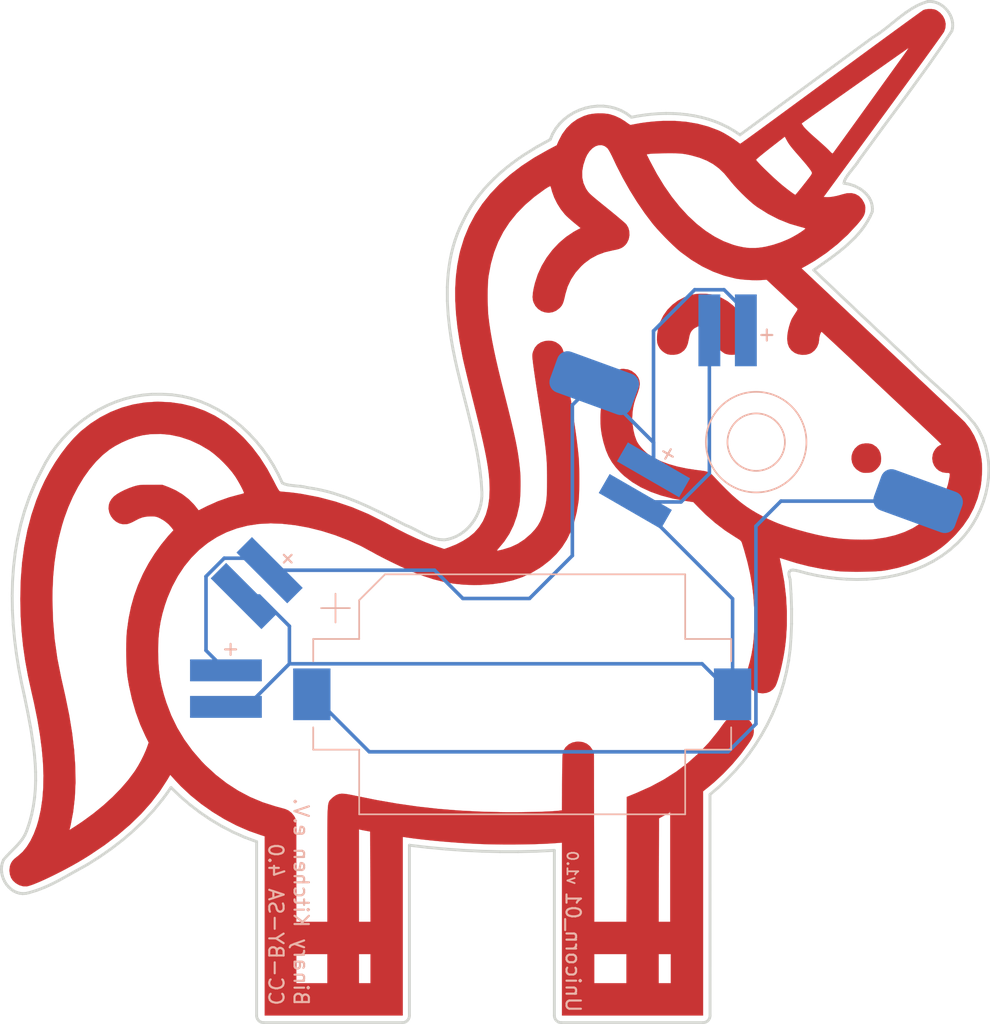
<source format=kicad_pcb>
(kicad_pcb (version 20171130) (host pcbnew 5.1.9)

  (general
    (thickness 1.6)
    (drawings 374)
    (tracks 37)
    (zones 0)
    (modules 7)
    (nets 4)
  )

  (page A4)
  (layers
    (0 F.Cu signal)
    (31 B.Cu signal)
    (32 B.Adhes user)
    (33 F.Adhes user)
    (34 B.Paste user)
    (35 F.Paste user)
    (36 B.SilkS user)
    (37 F.SilkS user)
    (38 B.Mask user)
    (39 F.Mask user)
    (40 Dwgs.User user)
    (41 Cmts.User user)
    (42 Eco1.User user)
    (43 Eco2.User user)
    (44 Edge.Cuts user)
    (45 Margin user)
    (46 B.CrtYd user)
    (47 F.CrtYd user)
    (48 B.Fab user)
    (49 F.Fab user)
  )

  (setup
    (last_trace_width 0.25)
    (trace_clearance 0.2)
    (zone_clearance 0.508)
    (zone_45_only no)
    (trace_min 0.2)
    (via_size 0.8)
    (via_drill 0.4)
    (via_min_size 0.4)
    (via_min_drill 0.3)
    (uvia_size 0.3)
    (uvia_drill 0.1)
    (uvias_allowed no)
    (uvia_min_size 0.2)
    (uvia_min_drill 0.1)
    (edge_width 0.05)
    (segment_width 0.2)
    (pcb_text_width 0.3)
    (pcb_text_size 1.5 1.5)
    (mod_edge_width 0.12)
    (mod_text_size 1 1)
    (mod_text_width 0.15)
    (pad_size 1.524 1.524)
    (pad_drill 0.762)
    (pad_to_mask_clearance 0)
    (aux_axis_origin 0 0)
    (visible_elements FFFFFF7F)
    (pcbplotparams
      (layerselection 0x010f0_ffffffff)
      (usegerberextensions false)
      (usegerberattributes true)
      (usegerberadvancedattributes true)
      (creategerberjobfile false)
      (excludeedgelayer true)
      (linewidth 0.100000)
      (plotframeref false)
      (viasonmask false)
      (mode 1)
      (useauxorigin false)
      (hpglpennumber 1)
      (hpglpenspeed 20)
      (hpglpendiameter 15.000000)
      (psnegative false)
      (psa4output false)
      (plotreference true)
      (plotvalue true)
      (plotinvisibletext false)
      (padsonsilk false)
      (subtractmaskfromsilk false)
      (outputformat 1)
      (mirror false)
      (drillshape 0)
      (scaleselection 1)
      (outputdirectory "gerber/"))
  )

  (net 0 "")
  (net 1 +3V0)
  (net 2 GND)
  (net 3 VCC)

  (net_class Default "This is the default net class."
    (clearance 0.2)
    (trace_width 0.25)
    (via_dia 0.8)
    (via_drill 0.4)
    (uvia_dia 0.3)
    (uvia_drill 0.1)
    (add_net +3V0)
    (add_net GND)
    (add_net VCC)
  )

  (module Binary_Kitchen:Push_Button (layer B.Cu) (tedit 5F7062A4) (tstamp 6003CDFA)
    (at 200.025 72.1995 340)
    (path /5FFDEC1B)
    (fp_text reference SW1 (at 12 9 160) (layer B.SilkS) hide
      (effects (font (size 1 1) (thickness 0.15)) (justify mirror))
    )
    (fp_text value SW_DIP_x01 (at 0 0.5 160) (layer B.Fab)
      (effects (font (size 1 1) (thickness 0.15)) (justify mirror))
    )
    (fp_circle (center 12 0) (end 14 0) (layer B.SilkS) (width 0.12))
    (fp_circle (center 12 0) (end 15.5 0) (layer B.SilkS) (width 0.12))
    (fp_text user "Push Button" (at 12 5.25 160) (layer B.SilkS) hide
      (effects (font (size 1 1) (thickness 0.15)) (justify mirror))
    )
    (pad 2 smd roundrect (at 24 0 340) (size 6 3) (layers B.Cu B.Paste B.Mask) (roundrect_rratio 0.25)
      (net 1 +3V0))
    (pad 1 smd roundrect (at 0 0 340) (size 6 3) (layers B.Cu B.Paste B.Mask) (roundrect_rratio 0.25)
      (net 3 VCC))
  )

  (module Binary_Kitchen:5mm_SMD-Pad (layer B.Cu) (tedit 60032D97) (tstamp 6003CB6F)
    (at 179.512036 89.487925 45)
    (path /5FFE09E9)
    (fp_text reference D4 (at 0 -0.499999 45) (layer B.SilkS) hide
      (effects (font (size 1 1) (thickness 0.15)) (justify mirror))
    )
    (fp_text value LED (at 0 0.499999 45) (layer B.Fab) hide
      (effects (font (size 1 1) (thickness 0.15)) (justify mirror))
    )
    (fp_text user + (at 3 -4.25 45) (layer B.SilkS)
      (effects (font (size 1 1) (thickness 0.15)) (justify mirror))
    )
    (pad 2 smd rect (at 1.54 -4.5 45) (size 1.524 5) (layers B.Cu B.Paste B.Mask)
      (net 3 VCC))
    (pad 1 smd rect (at -1 -4.5 45) (size 1.524 5) (layers B.Cu B.Paste B.Mask)
      (net 2 GND))
  )

  (module Binary_Kitchen:5mm_SMD-Pad (layer B.Cu) (tedit 60032D97) (tstamp 6003CB69)
    (at 207.279614 81.815679 60)
    (path /5FFE0622)
    (fp_text reference D3 (at 0 -0.5 60) (layer B.SilkS) hide
      (effects (font (size 1 1) (thickness 0.15)) (justify mirror))
    )
    (fp_text value LED (at 0 0.5 60) (layer B.Fab) hide
      (effects (font (size 1 1) (thickness 0.15)) (justify mirror))
    )
    (fp_text user + (at 3 -4.25 60) (layer B.SilkS)
      (effects (font (size 1 1) (thickness 0.15)) (justify mirror))
    )
    (pad 2 smd rect (at 1.54 -4.5 60) (size 1.524 5) (layers B.Cu B.Paste B.Mask)
      (net 3 VCC))
    (pad 1 smd rect (at -1 -4.5 60) (size 1.524 5) (layers B.Cu B.Paste B.Mask)
      (net 2 GND))
  )

  (module Binary_Kitchen:5mm_SMD-Pad (layer B.Cu) (tedit 60032D97) (tstamp 6003CB63)
    (at 209.042 73.025)
    (path /5FFE0139)
    (fp_text reference D2 (at 0 -0.5) (layer B.SilkS) hide
      (effects (font (size 1 1) (thickness 0.15)) (justify mirror))
    )
    (fp_text value LED (at 0 0.5) (layer B.Fab) hide
      (effects (font (size 1 1) (thickness 0.15)) (justify mirror))
    )
    (fp_text user + (at 3 -4.25) (layer B.SilkS)
      (effects (font (size 1 1) (thickness 0.15)) (justify mirror))
    )
    (pad 2 smd rect (at 1.54 -4.5) (size 1.524 5) (layers B.Cu B.Paste B.Mask)
      (net 3 VCC))
    (pad 1 smd rect (at -1 -4.5) (size 1.524 5) (layers B.Cu B.Paste B.Mask)
      (net 2 GND))
  )

  (module Binary_Kitchen:5mm_SMD-Pad (layer B.Cu) (tedit 60032D97) (tstamp 6003CB5D)
    (at 178.8795 93.726 90)
    (path /5FFDF821)
    (fp_text reference D1 (at 0 -0.5 90) (layer B.SilkS) hide
      (effects (font (size 1 1) (thickness 0.15)) (justify mirror))
    )
    (fp_text value LED (at 0 0.5 90) (layer B.Fab) hide
      (effects (font (size 1 1) (thickness 0.15)) (justify mirror))
    )
    (fp_text user + (at 3 -4.25 90) (layer B.SilkS)
      (effects (font (size 1 1) (thickness 0.15)) (justify mirror))
    )
    (pad 2 smd rect (at 1.54 -4.5 90) (size 1.524 5) (layers B.Cu B.Paste B.Mask)
      (net 3 VCC))
    (pad 1 smd rect (at -1 -4.5 90) (size 1.524 5) (layers B.Cu B.Paste B.Mask)
      (net 2 GND))
  )

  (module Battery:BatteryHolder_Keystone_1060_1x2032 (layer B.Cu) (tedit 5B98EF5E) (tstamp 6003CD23)
    (at 195.0085 93.853)
    (descr http://www.keyelco.com/product-pdf.cfm?p=726)
    (tags "CR2032 BR2032 BatteryHolder Battery")
    (path /5FFDB730)
    (attr smd)
    (fp_text reference BT1 (at -14.125 5.3) (layer B.SilkS) hide
      (effects (font (size 1 1) (thickness 0.15)) (justify mirror))
    )
    (fp_text value Battery_Cell (at 0 11.75) (layer B.Fab)
      (effects (font (size 1 1) (thickness 0.15)) (justify mirror))
    )
    (fp_line (start -12 -6) (end -14 -6) (layer B.SilkS) (width 0.12))
    (fp_line (start -13 -5) (end -13 -7) (layer B.SilkS) (width 0.12))
    (fp_line (start 11.5 8.5) (end 6.5 8.5) (layer B.CrtYd) (width 0.05))
    (fp_line (start 11.5 -4) (end 11.5 -8.5) (layer B.CrtYd) (width 0.05))
    (fp_line (start 14.7 -4) (end 11.5 -4) (layer B.CrtYd) (width 0.05))
    (fp_line (start 14.7 -2.3) (end 14.7 -4) (layer B.CrtYd) (width 0.05))
    (fp_line (start 16.45 -2.3) (end 14.7 -2.3) (layer B.CrtYd) (width 0.05))
    (fp_line (start 16.45 2.3) (end 16.45 -2.3) (layer B.CrtYd) (width 0.05))
    (fp_line (start 14.7 2.3) (end 16.45 2.3) (layer B.CrtYd) (width 0.05))
    (fp_line (start 14.7 4) (end 14.7 2.3) (layer B.CrtYd) (width 0.05))
    (fp_line (start 11.5 4) (end 14.7 4) (layer B.CrtYd) (width 0.05))
    (fp_line (start 11.5 8.5) (end 11.5 4) (layer B.CrtYd) (width 0.05))
    (fp_line (start -11.5 8.5) (end -6.5 8.5) (layer B.CrtYd) (width 0.05))
    (fp_line (start -11.5 4) (end -11.5 8.5) (layer B.CrtYd) (width 0.05))
    (fp_line (start -14.7 4) (end -11.5 4) (layer B.CrtYd) (width 0.05))
    (fp_line (start -14.7 2.3) (end -14.7 4) (layer B.CrtYd) (width 0.05))
    (fp_line (start -14.7 2.3) (end -16.45 2.3) (layer B.CrtYd) (width 0.05))
    (fp_line (start -16.45 -2.3) (end -16.45 2.3) (layer B.CrtYd) (width 0.05))
    (fp_line (start -14.7 -2.3) (end -16.45 -2.3) (layer B.CrtYd) (width 0.05))
    (fp_line (start -14.7 -4) (end -14.7 -2.3) (layer B.CrtYd) (width 0.05))
    (fp_line (start -14.7 -4) (end -11.5 -4) (layer B.CrtYd) (width 0.05))
    (fp_line (start -11.5 -4) (end -11.5 -8.5) (layer B.CrtYd) (width 0.05))
    (fp_line (start -6.5 -8.5) (end -11.5 -8.5) (layer B.CrtYd) (width 0.05))
    (fp_line (start 11.5 -8.5) (end 6.5 -8.5) (layer B.CrtYd) (width 0.05))
    (fp_line (start 11.35 8.35) (end 11.35 3.85) (layer B.SilkS) (width 0.12))
    (fp_line (start -11.35 8.35) (end -11.35 3.85) (layer B.SilkS) (width 0.12))
    (fp_line (start -11.35 8.35) (end 11.35 8.35) (layer B.SilkS) (width 0.12))
    (fp_line (start 14.55 3.85) (end 14.55 2.3) (layer B.SilkS) (width 0.12))
    (fp_line (start 11.35 3.85) (end 14.55 3.85) (layer B.SilkS) (width 0.12))
    (fp_line (start -14.55 3.85) (end -14.55 2.3) (layer B.SilkS) (width 0.12))
    (fp_line (start -11.35 3.85) (end -14.55 3.85) (layer B.SilkS) (width 0.12))
    (fp_line (start -14.55 -3.85) (end -14.55 -2.3) (layer B.SilkS) (width 0.12))
    (fp_line (start -11.35 -3.85) (end -14.55 -3.85) (layer B.SilkS) (width 0.12))
    (fp_line (start -9.55 -8.35) (end -11.35 -6.55) (layer B.SilkS) (width 0.12))
    (fp_line (start -11.35 -6.55) (end -11.35 -3.85) (layer B.SilkS) (width 0.12))
    (fp_line (start 11.35 -8.35) (end -9.55 -8.35) (layer B.SilkS) (width 0.12))
    (fp_line (start 11.35 -8.35) (end 11.35 -3.85) (layer B.SilkS) (width 0.12))
    (fp_line (start 14.55 -3.85) (end 14.55 -2.3) (layer B.SilkS) (width 0.12))
    (fp_line (start 11.35 -3.85) (end 14.55 -3.85) (layer B.SilkS) (width 0.12))
    (fp_line (start -9.4 -8) (end -11 -6.4) (layer B.Fab) (width 0.1))
    (fp_line (start 14.2 3.5) (end 11 3.5) (layer B.Fab) (width 0.1))
    (fp_line (start 14.2 -3.5) (end 14.2 3.5) (layer B.Fab) (width 0.1))
    (fp_line (start 11 -3.5) (end 14.2 -3.5) (layer B.Fab) (width 0.1))
    (fp_line (start -14.2 3.5) (end -11 3.5) (layer B.Fab) (width 0.1))
    (fp_line (start -14.2 -3.5) (end -14.2 3.5) (layer B.Fab) (width 0.1))
    (fp_line (start -11 -3.5) (end -14.2 -3.5) (layer B.Fab) (width 0.1))
    (fp_line (start -11 -6.4) (end -11 -3.5) (layer B.Fab) (width 0.1))
    (fp_line (start -11 8) (end -11 3.5) (layer B.Fab) (width 0.1))
    (fp_line (start 11 8) (end 11 3.5) (layer B.Fab) (width 0.1))
    (fp_line (start 11 -8) (end 11 -3.5) (layer B.Fab) (width 0.1))
    (fp_line (start 11 8) (end -11 8) (layer B.Fab) (width 0.1))
    (fp_line (start 11 -8) (end -9.4 -8) (layer B.Fab) (width 0.1))
    (fp_circle (center 0 0) (end -10.2 0) (layer Dwgs.User) (width 0.3))
    (fp_text user %R (at 0 0) (layer B.Fab)
      (effects (font (size 1 1) (thickness 0.15)) (justify mirror))
    )
    (fp_arc (start 0 0) (end 6.5 8.5) (angle 74.81070976) (layer B.CrtYd) (width 0.05))
    (fp_arc (start 0 0) (end -6.5 -8.5) (angle 74.81070976) (layer B.CrtYd) (width 0.05))
    (pad 1 smd rect (at -14.65 0 180) (size 2.6 3.6) (layers B.Cu B.Paste B.Mask)
      (net 1 +3V0))
    (pad 2 smd rect (at 14.65 0 180) (size 2.6 3.6) (layers B.Cu B.Paste B.Mask)
      (net 2 GND))
    (model ${KISYS3DMOD}/Battery.3dshapes/BatteryHolder_Keystone_1060_1x2032.wrl
      (at (xyz 0 0 0))
      (scale (xyz 1 1 1))
      (rotate (xyz 0 0 0))
    )
  )

  (module Binary_Kitchen:unicorn01 (layer F.Cu) (tedit 0) (tstamp 6003BC34)
    (at 193.167 81.153)
    (fp_text reference Ref** (at 0 0) (layer F.SilkS) hide
      (effects (font (size 1.27 1.27) (thickness 0.15)))
    )
    (fp_text value Val** (at 0 0) (layer F.SilkS) hide
      (effects (font (size 1.27 1.27) (thickness 0.15)))
    )
    (fp_poly (pts (xy 14.634513 -15.167407) (xy 14.977281 -15.129705) (xy 15.210761 -15.078836) (xy 15.698943 -14.899184)
      (xy 16.140124 -14.654264) (xy 16.52926 -14.350305) (xy 16.86131 -13.993535) (xy 17.131229 -13.59018)
      (xy 17.333976 -13.14647) (xy 17.464508 -12.66863) (xy 17.515274 -12.232789) (xy 17.522928 -12.02242)
      (xy 17.520846 -11.872107) (xy 17.506323 -11.757532) (xy 17.476652 -11.654375) (xy 17.441053 -11.565731)
      (xy 17.288712 -11.316697) (xy 17.068861 -11.115469) (xy 16.854321 -10.995443) (xy 16.668224 -10.944615)
      (xy 16.440811 -10.927529) (xy 16.20701 -10.943193) (xy 16.001751 -10.990615) (xy 15.928588 -11.021747)
      (xy 15.685222 -11.193921) (xy 15.50031 -11.425546) (xy 15.376554 -11.712354) (xy 15.323502 -11.977744)
      (xy 15.286943 -12.214408) (xy 15.233693 -12.392246) (xy 15.153662 -12.536842) (xy 15.057487 -12.652253)
      (xy 14.838038 -12.828097) (xy 14.591998 -12.928639) (xy 14.332882 -12.953143) (xy 14.074203 -12.900871)
      (xy 13.829475 -12.771089) (xy 13.767396 -12.722539) (xy 13.650093 -12.605578) (xy 13.564373 -12.470655)
      (xy 13.500886 -12.297155) (xy 13.450284 -12.064462) (xy 13.439243 -11.998908) (xy 13.367764 -11.680634)
      (xy 13.262902 -11.430356) (xy 13.115834 -11.235045) (xy 12.917736 -11.081672) (xy 12.7635 -11.001051)
      (xy 12.594942 -10.952051) (xy 12.3821 -10.928392) (xy 12.161969 -10.931714) (xy 11.971549 -10.963657)
      (xy 11.964824 -10.965628) (xy 11.778237 -11.052087) (xy 11.591884 -11.188764) (xy 11.441085 -11.34882)
      (xy 11.4188 -11.380517) (xy 11.315323 -11.562266) (xy 11.252811 -11.743775) (xy 11.225659 -11.951022)
      (xy 11.228267 -12.209983) (xy 11.230725 -12.252453) (xy 11.302588 -12.748462) (xy 11.451038 -13.218707)
      (xy 11.670063 -13.656) (xy 11.953646 -14.053154) (xy 12.295773 -14.402981) (xy 12.690429 -14.698293)
      (xy 13.131598 -14.931902) (xy 13.610167 -15.095826) (xy 13.9184 -15.150813) (xy 14.270701 -15.174558)
      (xy 14.634513 -15.167407)) (layer F.Mask) (width 0.01))
    (fp_poly (pts (xy 25.982406 -4.754424) (xy 26.188877 -4.710913) (xy 26.253002 -4.684649) (xy 26.502511 -4.51982)
      (xy 26.683849 -4.305665) (xy 26.795195 -4.045451) (xy 26.834729 -3.742447) (xy 26.832372 -3.644713)
      (xy 26.81555 -3.464696) (xy 26.782514 -3.334139) (xy 26.722723 -3.218026) (xy 26.688704 -3.167423)
      (xy 26.571924 -3.02917) (xy 26.429901 -2.897145) (xy 26.379647 -2.858841) (xy 26.270535 -2.790077)
      (xy 26.166065 -2.749163) (xy 26.0353 -2.727461) (xy 25.872829 -2.717351) (xy 25.691402 -2.714161)
      (xy 25.559903 -2.726793) (xy 25.444142 -2.761452) (xy 25.324733 -2.816819) (xy 25.0936 -2.975921)
      (xy 24.924377 -3.17939) (xy 24.816979 -3.413931) (xy 24.771321 -3.666245) (xy 24.787319 -3.923038)
      (xy 24.864889 -4.171011) (xy 25.003946 -4.396869) (xy 25.204406 -4.587314) (xy 25.3365 -4.66987)
      (xy 25.521194 -4.733337) (xy 25.748171 -4.76171) (xy 25.982406 -4.754424)) (layer F.Mask) (width 0.01))
    (fp_poly (pts (xy 30.531331 -34.962229) (xy 30.680512 -34.912785) (xy 30.938302 -34.731937) (xy 31.134825 -34.507537)
      (xy 31.265694 -34.251614) (xy 31.326524 -33.976201) (xy 31.312927 -33.69333) (xy 31.223982 -33.422166)
      (xy 31.188059 -33.365245) (xy 31.104654 -33.243856) (xy 30.976466 -33.061723) (xy 30.806195 -32.822572)
      (xy 30.596539 -32.530128) (xy 30.350199 -32.188114) (xy 30.069872 -31.800258) (xy 29.758259 -31.370282)
      (xy 29.418058 -30.901912) (xy 29.051968 -30.398874) (xy 28.66269 -29.864892) (xy 28.252921 -29.30369)
      (xy 27.825362 -28.718994) (xy 27.382711 -28.114529) (xy 26.975349 -27.559) (xy 22.828575 -21.9075)
      (xy 23.003038 -21.893397) (xy 23.202032 -21.895405) (xy 23.452025 -21.924893) (xy 23.72569 -21.977194)
      (xy 23.9957 -22.047643) (xy 24.098185 -22.080411) (xy 24.449088 -22.16669) (xy 24.766993 -22.176728)
      (xy 25.049527 -22.111395) (xy 25.294316 -21.971566) (xy 25.498986 -21.758113) (xy 25.642934 -21.512411)
      (xy 25.706809 -21.352356) (xy 25.733165 -21.207276) (xy 25.730674 -21.028935) (xy 25.730449 -21.025577)
      (xy 25.71306 -20.867813) (xy 25.678606 -20.72721) (xy 25.61894 -20.588756) (xy 25.525913 -20.437437)
      (xy 25.391378 -20.258241) (xy 25.207186 -20.036155) (xy 25.169536 -19.992108) (xy 24.514909 -19.288847)
      (xy 23.795064 -18.626798) (xy 23.024051 -18.017424) (xy 22.215921 -17.472188) (xy 21.732751 -17.188196)
      (xy 21.291926 -16.943053) (xy 23.356547 -15.000304) (xy 23.679964 -14.696084) (xy 24.05761 -14.341043)
      (xy 24.481942 -13.942262) (xy 24.945417 -13.506825) (xy 25.440493 -13.041812) (xy 25.959628 -12.554307)
      (xy 26.495279 -12.051392) (xy 27.039905 -11.540149) (xy 27.585963 -11.02766) (xy 28.12591 -10.521008)
      (xy 28.652205 -10.027275) (xy 28.956 -9.742332) (xy 29.422032 -9.305016) (xy 29.873238 -8.881153)
      (xy 30.305481 -8.474652) (xy 30.714622 -8.089425) (xy 31.096524 -7.729382) (xy 31.44705 -7.398436)
      (xy 31.762061 -7.100496) (xy 32.037421 -6.839474) (xy 32.268992 -6.619281) (xy 32.452635 -6.443828)
      (xy 32.584214 -6.317026) (xy 32.659591 -6.242785) (xy 32.672056 -6.229804) (xy 33.024005 -5.786097)
      (xy 33.321356 -5.284252) (xy 33.559572 -4.734408) (xy 33.73412 -4.146706) (xy 33.825693 -3.650068)
      (xy 33.852867 -3.338079) (xy 33.86033 -2.972379) (xy 33.849278 -2.581302) (xy 33.820904 -2.19318)
      (xy 33.776402 -1.836348) (xy 33.741091 -1.642576) (xy 33.549653 -0.927994) (xy 33.285472 -0.252595)
      (xy 32.946582 0.387169) (xy 32.531019 0.994847) (xy 32.036819 1.573986) (xy 31.858501 1.757095)
      (xy 31.458992 2.135747) (xy 31.075019 2.456638) (xy 30.683043 2.73712) (xy 30.259526 2.994541)
      (xy 29.963457 3.153959) (xy 29.327228 3.453945) (xy 28.681407 3.698719) (xy 28.005659 3.894748)
      (xy 27.279652 4.0485) (xy 27.008667 4.093717) (xy 26.796206 4.118484) (xy 26.515263 4.138662)
      (xy 26.181904 4.154149) (xy 25.812194 4.164843) (xy 25.4222 4.170643) (xy 25.027987 4.171447)
      (xy 24.64562 4.167154) (xy 24.291165 4.15766) (xy 23.980689 4.142865) (xy 23.730256 4.122667)
      (xy 23.664334 4.114903) (xy 22.702494 3.969037) (xy 21.8078 3.790677) (xy 20.968164 3.577177)
      (xy 20.372917 3.394263) (xy 20.163241 3.325945) (xy 19.985238 3.270055) (xy 19.852755 3.23077)
      (xy 19.779638 3.212272) (xy 19.769667 3.212162) (xy 19.778125 3.257357) (xy 19.801532 3.371238)
      (xy 19.836938 3.539735) (xy 19.881394 3.74878) (xy 19.917324 3.916382) (xy 20.094192 4.894513)
      (xy 20.21207 5.899814) (xy 20.27029 6.914219) (xy 20.268182 7.919663) (xy 20.205076 8.898081)
      (xy 20.125889 9.546167) (xy 20.061529 9.941902) (xy 19.985433 10.343193) (xy 19.90084 10.737315)
      (xy 19.810985 11.11154) (xy 19.719106 11.453142) (xy 19.62844 11.749395) (xy 19.542223 11.987573)
      (xy 19.463693 12.154949) (xy 19.461286 12.159091) (xy 19.294954 12.366903) (xy 19.08467 12.513834)
      (xy 18.843777 12.601339) (xy 18.585618 12.630875) (xy 18.323532 12.603899) (xy 18.070863 12.521865)
      (xy 17.840953 12.386231) (xy 17.647143 12.198453) (xy 17.502774 11.959987) (xy 17.496191 11.944613)
      (xy 17.446398 11.735669) (xy 17.44486 11.47325) (xy 17.490823 11.172924) (xy 17.543163 10.973465)
      (xy 17.690747 10.448432) (xy 17.806906 9.944281) (xy 17.894258 9.441634) (xy 17.955426 8.921117)
      (xy 17.993029 8.363354) (xy 18.009688 7.748968) (xy 18.01106 7.514167) (xy 17.994543 6.671376)
      (xy 17.941092 5.866866) (xy 17.847688 5.082037) (xy 17.711312 4.298292) (xy 17.528945 3.497031)
      (xy 17.297569 2.659657) (xy 17.14117 2.154606) (xy 17.107996 2.077667) (xy 17.053122 2.008501)
      (xy 16.96157 1.933953) (xy 16.818362 1.840874) (xy 16.709024 1.775163) (xy 15.983484 1.30537)
      (xy 15.274433 0.767623) (xy 14.602781 0.178521) (xy 14.214145 -0.205401) (xy 13.75979 -0.676119)
      (xy 13.19088 -0.762907) (xy 12.316871 -0.926192) (xy 11.509895 -1.139078) (xy 10.770364 -1.401384)
      (xy 10.098695 -1.712927) (xy 9.495301 -2.073528) (xy 8.960597 -2.483004) (xy 8.696285 -2.728639)
      (xy 8.357923 -3.095664) (xy 8.081286 -3.466476) (xy 7.85594 -3.859843) (xy 7.671452 -4.294531)
      (xy 7.517388 -4.789307) (xy 7.488106 -4.901879) (xy 7.389527 -5.338044) (xy 7.32582 -5.741043)
      (xy 7.293609 -6.144132) (xy 7.289515 -6.580565) (xy 7.295859 -6.7945) (xy 7.347129 -7.434298)
      (xy 7.452229 -8.029597) (xy 7.617103 -8.605717) (xy 7.847691 -9.187981) (xy 7.868091 -9.233246)
      (xy 8.03104 -9.521117) (xy 8.225714 -9.732169) (xy 8.457186 -9.869945) (xy 8.730531 -9.93799)
      (xy 8.89 -9.94699) (xy 9.20002 -9.909829) (xy 9.475642 -9.795895) (xy 9.720991 -9.603358)
      (xy 9.762816 -9.559603) (xy 9.914874 -9.355968) (xy 10.003405 -9.138972) (xy 10.029105 -8.897975)
      (xy 9.99267 -8.62234) (xy 9.894795 -8.301429) (xy 9.852252 -8.1915) (xy 9.72312 -7.847516)
      (xy 9.630688 -7.538592) (xy 9.565661 -7.228706) (xy 9.522052 -6.91182) (xy 9.502547 -6.523251)
      (xy 9.524072 -6.109963) (xy 9.582795 -5.696382) (xy 9.674885 -5.306936) (xy 9.796512 -4.96605)
      (xy 9.842563 -4.86821) (xy 9.953419 -4.691483) (xy 10.113743 -4.489456) (xy 10.303166 -4.284694)
      (xy 10.501318 -4.099763) (xy 10.62612 -4.000167) (xy 11.021433 -3.750293) (xy 11.491075 -3.524405)
      (xy 12.027502 -3.324932) (xy 12.623168 -3.154304) (xy 13.270526 -3.014949) (xy 13.962031 -2.909296)
      (xy 14.046776 -2.899097) (xy 14.33158 -2.864108) (xy 14.54857 -2.83049) (xy 14.714208 -2.791497)
      (xy 14.844956 -2.74038) (xy 14.957276 -2.670392) (xy 15.06763 -2.574784) (xy 15.192479 -2.446809)
      (xy 15.218834 -2.418668) (xy 15.659598 -1.953841) (xy 16.059767 -1.54861) (xy 16.429479 -1.194787)
      (xy 16.77887 -0.884185) (xy 17.11808 -0.608617) (xy 17.457245 -0.359896) (xy 17.806504 -0.129834)
      (xy 18.175995 0.089757) (xy 18.575856 0.307063) (xy 18.626869 0.333638) (xy 19.010208 0.524678)
      (xy 19.384711 0.693695) (xy 19.769645 0.848041) (xy 20.184274 0.995066) (xy 20.647862 1.142122)
      (xy 21.06653 1.264615) (xy 21.719418 1.44316) (xy 22.311962 1.589284) (xy 22.860807 1.705792)
      (xy 23.3826 1.795491) (xy 23.893987 1.861185) (xy 24.411613 1.905681) (xy 24.952124 1.931785)
      (xy 25.040205 1.934398) (xy 25.486904 1.941697) (xy 25.877964 1.937964) (xy 26.202687 1.92341)
      (xy 26.373705 1.908179) (xy 27.13378 1.793301) (xy 27.829209 1.627877) (xy 28.464749 1.409859)
      (xy 29.045158 1.137196) (xy 29.575192 0.807838) (xy 30.059607 0.419736) (xy 30.252742 0.236593)
      (xy 30.675919 -0.240651) (xy 31.022657 -0.753663) (xy 31.292485 -1.301584) (xy 31.484933 -1.883554)
      (xy 31.536822 -2.109248) (xy 31.58418 -2.343518) (xy 31.612604 -2.507237) (xy 31.618978 -2.613029)
      (xy 31.600188 -2.673517) (xy 31.553119 -2.701328) (xy 31.474656 -2.709084) (xy 31.38876 -2.709333)
      (xy 31.114192 -2.74753) (xy 30.873578 -2.854233) (xy 30.674144 -3.01761) (xy 30.52312 -3.225829)
      (xy 30.427732 -3.467059) (xy 30.395208 -3.729466) (xy 30.432777 -4.00122) (xy 30.495531 -4.171563)
      (xy 30.608606 -4.359017) (xy 30.751281 -4.515344) (xy 30.901981 -4.618302) (xy 30.945438 -4.635427)
      (xy 31.013859 -4.669691) (xy 31.030334 -4.692993) (xy 31.000297 -4.726711) (xy 30.913798 -4.813048)
      (xy 30.776252 -4.946833) (xy 30.593075 -5.122896) (xy 30.369684 -5.336068) (xy 30.111493 -5.581178)
      (xy 29.82392 -5.853057) (xy 29.51238 -6.146535) (xy 29.220584 -6.420541) (xy 28.868026 -6.751199)
      (xy 28.464896 -7.129427) (xy 28.022303 -7.544795) (xy 27.551353 -7.986874) (xy 27.063156 -8.445234)
      (xy 26.568819 -8.909446) (xy 26.079452 -9.36908) (xy 25.606162 -9.813706) (xy 25.160057 -10.232895)
      (xy 25.063048 -10.324067) (xy 24.687888 -10.676319) (xy 24.3305 -11.011208) (xy 23.995687 -11.324275)
      (xy 23.688252 -11.611061) (xy 23.412998 -11.867108) (xy 23.174725 -12.087956) (xy 22.978239 -12.269146)
      (xy 22.828339 -12.40622) (xy 22.72983 -12.494719) (xy 22.687514 -12.530184) (xy 22.686395 -12.530666)
      (xy 22.648172 -12.49323) (xy 22.60409 -12.398063) (xy 22.56262 -12.270881) (xy 22.532229 -12.137401)
      (xy 22.521334 -12.029493) (xy 22.483281 -11.735605) (xy 22.375334 -11.466562) (xy 22.206806 -11.237192)
      (xy 21.987013 -11.06232) (xy 21.879442 -11.007738) (xy 21.624829 -10.937115) (xy 21.343717 -10.92303)
      (xy 21.066697 -10.963827) (xy 20.824356 -11.057847) (xy 20.810688 -11.06567) (xy 20.58389 -11.239424)
      (xy 20.423183 -11.458036) (xy 20.327158 -11.725192) (xy 20.294406 -12.044578) (xy 20.315493 -12.361655)
      (xy 20.359816 -12.618009) (xy 20.426053 -12.891347) (xy 20.505573 -13.151284) (xy 20.589743 -13.367435)
      (xy 20.617576 -13.424957) (xy 20.665466 -13.50777) (xy 20.744965 -13.635972) (xy 20.840542 -13.784622)
      (xy 20.860441 -13.814948) (xy 20.953292 -13.958184) (xy 21.004441 -14.049067) (xy 21.019356 -14.105551)
      (xy 21.003508 -14.14559) (xy 20.971293 -14.178839) (xy 20.921765 -14.225114) (xy 20.818395 -14.321743)
      (xy 20.669181 -14.461249) (xy 20.482119 -14.636156) (xy 20.265205 -14.838986) (xy 20.026438 -15.062263)
      (xy 19.8755 -15.203413) (xy 18.8595 -16.153544) (xy 18.4785 -16.125785) (xy 18.194884 -16.115961)
      (xy 17.859464 -16.121364) (xy 17.501988 -16.140142) (xy 17.152203 -16.170443) (xy 16.839854 -16.210417)
      (xy 16.687883 -16.23724) (xy 15.897574 -16.438562) (xy 15.126716 -16.719959) (xy 14.373455 -17.082339)
      (xy 13.635932 -17.526613) (xy 12.912293 -18.053689) (xy 12.805834 -18.139133) (xy 12.592942 -18.32226)
      (xy 12.341026 -18.555425) (xy 12.065018 -18.823418) (xy 11.779848 -19.111031) (xy 11.500447 -19.403051)
      (xy 11.241744 -19.68427) (xy 11.018672 -19.939477) (xy 10.914368 -20.066) (xy 10.37488 -20.778492)
      (xy 9.842423 -21.557448) (xy 9.327989 -22.384758) (xy 8.842571 -23.242312) (xy 8.702319 -23.516166)
      (xy 22.013334 -23.516166) (xy 22.0345 -23.495) (xy 22.055667 -23.516166) (xy 22.0345 -23.537333)
      (xy 22.013334 -23.516166) (xy 8.702319 -23.516166) (xy 8.397164 -24.112001) (xy 8.186567 -24.559613)
      (xy 8.079772 -24.784216) (xy 7.973932 -24.989692) (xy 7.878437 -25.158912) (xy 7.802678 -25.274752)
      (xy 7.778443 -25.303952) (xy 7.589338 -25.449229) (xy 7.382099 -25.517928) (xy 7.165051 -25.513897)
      (xy 6.946518 -25.440985) (xy 6.734826 -25.303039) (xy 6.5383 -25.103909) (xy 6.365264 -24.847442)
      (xy 6.246193 -24.595666) (xy 6.092566 -24.124629) (xy 6.017485 -23.683535) (xy 6.021015 -23.270551)
      (xy 6.103224 -22.883844) (xy 6.264179 -22.521581) (xy 6.325941 -22.420302) (xy 6.373832 -22.347895)
      (xy 6.421205 -22.281989) (xy 6.474865 -22.216486) (xy 6.54162 -22.145286) (xy 6.628274 -22.06229)
      (xy 6.741634 -21.961399) (xy 6.888505 -21.836513) (xy 7.075693 -21.681533) (xy 7.310003 -21.49036)
      (xy 7.598243 -21.256894) (xy 7.860605 -21.044964) (xy 8.130849 -20.82529) (xy 8.384747 -20.616097)
      (xy 8.613458 -20.424884) (xy 8.80814 -20.259149) (xy 8.959951 -20.126393) (xy 9.060049 -20.034116)
      (xy 9.092868 -19.99979) (xy 9.229654 -19.770689) (xy 9.301302 -19.507876) (xy 9.308726 -19.230611)
      (xy 9.252838 -18.958149) (xy 9.134552 -18.709749) (xy 9.025088 -18.570784) (xy 8.8957 -18.451995)
      (xy 8.754179 -18.362218) (xy 8.580653 -18.292812) (xy 8.355246 -18.235139) (xy 8.172158 -18.199966)
      (xy 7.596665 -18.065405) (xy 7.0778 -17.872983) (xy 6.606377 -17.618099) (xy 6.173211 -17.296153)
      (xy 5.942464 -17.083411) (xy 5.553374 -16.643716) (xy 5.239434 -16.170547) (xy 5.002899 -15.667882)
      (xy 4.849431 -15.155333) (xy 4.786751 -14.880674) (xy 4.732452 -14.67344) (xy 4.67996 -14.517718)
      (xy 4.622706 -14.397597) (xy 4.554117 -14.297165) (xy 4.467623 -14.200511) (xy 4.446113 -14.178748)
      (xy 4.207887 -13.995989) (xy 3.934383 -13.881287) (xy 3.654956 -13.843) (xy 3.550875 -13.829238)
      (xy 3.500927 -13.777094) (xy 3.490999 -13.746256) (xy 3.48522 -13.675534) (xy 3.483273 -13.534746)
      (xy 3.485009 -13.338399) (xy 3.49028 -13.101002) (xy 3.498938 -12.83706) (xy 3.500776 -12.789596)
      (xy 3.534834 -11.929679) (xy 3.759515 -11.912225) (xy 4.018378 -11.869309) (xy 4.234688 -11.77639)
      (xy 4.42339 -11.636379) (xy 4.526124 -11.533412) (xy 4.607844 -11.417042) (xy 4.673294 -11.273618)
      (xy 4.727218 -11.089494) (xy 4.77436 -10.851019) (xy 4.819464 -10.544546) (xy 4.829363 -10.468375)
      (xy 4.85385 -10.28639) (xy 4.889788 -10.032849) (xy 4.935377 -9.719815) (xy 4.988818 -9.359355)
      (xy 5.048314 -8.963534) (xy 5.112064 -8.54442) (xy 5.178271 -8.114076) (xy 5.228749 -7.789333)
      (xy 5.326907 -7.156691) (xy 5.412201 -6.597422) (xy 5.48602 -6.10144) (xy 5.549753 -5.65866)
      (xy 5.604791 -5.258996) (xy 5.652522 -4.892364) (xy 5.694336 -4.548677) (xy 5.731622 -4.21785)
      (xy 5.765281 -3.894666) (xy 5.784281 -3.649924) (xy 5.799056 -3.347477) (xy 5.80961 -3.003001)
      (xy 5.815949 -2.632172) (xy 5.818079 -2.250665) (xy 5.816006 -1.874156) (xy 5.809733 -1.51832)
      (xy 5.799268 -1.198833) (xy 5.784615 -0.93137) (xy 5.765779 -0.731606) (xy 5.764181 -0.719666)
      (xy 5.633277 0.038472) (xy 5.45682 0.729014) (xy 5.231377 1.357808) (xy 4.953517 1.9307)
      (xy 4.619811 2.453541) (xy 4.226825 2.932177) (xy 3.771129 3.372456) (xy 3.249291 3.780228)
      (xy 3.040053 3.923182) (xy 2.461728 4.263533) (xy 1.847304 4.543506) (xy 1.1913 4.764507)
      (xy 0.488234 4.927941) (xy -0.267374 5.035215) (xy -1.081006 5.087734) (xy -1.524 5.093882)
      (xy -2.238924 5.069386) (xy -2.93504 4.996473) (xy -3.627858 4.871891) (xy -4.332887 4.692391)
      (xy -5.065637 4.454721) (xy -5.672666 4.224355) (xy -5.923708 4.118897) (xy -6.228998 3.983123)
      (xy -6.57221 3.824944) (xy -6.937022 3.652276) (xy -7.307107 3.473032) (xy -7.666142 3.295126)
      (xy -7.997802 3.126472) (xy -8.285762 2.974983) (xy -8.513698 2.848573) (xy -8.529306 2.839515)
      (xy -8.810435 2.688167) (xy 0.042334 2.688167) (xy 0.0635 2.709334) (xy 0.084667 2.688167)
      (xy 0.0635 2.667) (xy 0.042334 2.688167) (xy -8.810435 2.688167) (xy -9.381917 2.380506)
      (xy -10.271765 1.973398) (xy -11.187536 1.621421) (xy -12.117919 1.327801) (xy -13.051601 1.095766)
      (xy -13.977269 0.928545) (xy -14.883611 0.829366) (xy -15.67364 0.800948) (xy -16.491391 0.841718)
      (xy -17.277561 0.96009) (xy -18.029711 1.154174) (xy -18.745404 1.422078) (xy -19.422202 1.761914)
      (xy -20.057669 2.17179) (xy -20.649366 2.649816) (xy -21.194857 3.194101) (xy -21.691703 3.802756)
      (xy -22.137467 4.47389) (xy -22.529712 5.205612) (xy -22.866001 5.996032) (xy -23.046737 6.519187)
      (xy -23.21244 7.091615) (xy -23.338217 7.644358) (xy -23.427298 8.199812) (xy -23.482911 8.780371)
      (xy -23.508286 9.408431) (xy -23.510668 9.736667) (xy -23.496364 10.393396) (xy -23.453486 10.994276)
      (xy -23.377955 11.564501) (xy -23.265695 12.129267) (xy -23.112628 12.713768) (xy -22.938604 13.2715)
      (xy -22.598348 14.164233) (xy -22.181756 15.02059) (xy -21.689302 15.839809) (xy -21.121463 16.621129)
      (xy -20.478712 17.363787) (xy -20.216484 17.634142) (xy -19.495897 18.297847) (xy -18.734807 18.888996)
      (xy -17.93572 19.406115) (xy -17.10114 19.84773) (xy -16.233575 20.212367) (xy -15.359799 20.491964)
      (xy -15.144894 20.550624) (xy -14.93684 20.607522) (xy -14.762555 20.65529) (xy -14.667363 20.681475)
      (xy -14.427715 20.787508) (xy -14.210217 20.958091) (xy -14.038151 21.173117) (xy -13.98582 21.270146)
      (xy -13.88616 21.484167) (xy -13.885747 25.008417) (xy -13.885333 28.532667) (xy -11.726333 28.532667)
      (xy -9.525 28.532667) (xy -8.720124 28.532667) (xy -8.730979 25.391906) (xy -8.741833 22.251146)
      (xy -9.038166 22.197056) (xy -9.201249 22.166472) (xy -9.342332 22.138581) (xy -9.42975 22.119677)
      (xy -9.525 22.096387) (xy -9.525 28.532667) (xy -11.726333 28.532667) (xy -11.726333 24.518541)
      (xy -11.7264 23.82475) (xy -11.726387 23.210456) (xy -11.72597 22.67049) (xy -11.724826 22.199681)
      (xy -11.722634 21.792862) (xy -11.719069 21.444861) (xy -11.71381 21.15051) (xy -11.706534 20.904639)
      (xy -11.696918 20.70208) (xy -11.684638 20.537662) (xy -11.669373 20.406216) (xy -11.6508 20.302572)
      (xy -11.628595 20.221562) (xy -11.602437 20.158016) (xy -11.572002 20.106764) (xy -11.536967 20.062637)
      (xy -11.49701 20.020466) (xy -11.451808 19.97508) (xy -11.44203 19.96508) (xy -11.314494 19.851315)
      (xy -11.174344 19.751232) (xy -11.122858 19.721819) (xy -10.999671 19.666678) (xy -10.875202 19.6311)
      (xy -10.736099 19.615485) (xy -10.569008 19.620235) (xy -10.360575 19.64575) (xy -10.097447 19.692431)
      (xy -9.76627 19.760679) (xy -9.75621 19.762835) (xy -8.272715 20.06157) (xy -6.830609 20.311154)
      (xy -5.409856 20.513851) (xy -3.990424 20.671926) (xy -2.552275 20.787643) (xy -1.075377 20.863264)
      (xy 0.296334 20.898807) (xy 0.791433 20.903745) (xy 1.301455 20.904296) (xy 1.814564 20.900745)
      (xy 2.318927 20.893381) (xy 2.80271 20.88249) (xy 3.254079 20.868358) (xy 3.6612 20.851273)
      (xy 4.012239 20.831521) (xy 4.295363 20.809389) (xy 4.389819 20.799608) (xy 4.609805 20.774542)
      (xy 4.622653 18.779854) (xy 4.625989 18.308286) (xy 4.629586 17.913901) (xy 4.633727 17.589215)
      (xy 4.638696 17.326746) (xy 4.64478 17.119009) (xy 4.652261 16.958522) (xy 4.661426 16.8378)
      (xy 4.672559 16.749361) (xy 4.685944 16.685721) (xy 4.701865 16.639395) (xy 4.704288 16.633921)
      (xy 4.863898 16.379415) (xy 5.080064 16.18413) (xy 5.344001 16.053446) (xy 5.646921 15.992745)
      (xy 5.757334 15.989006) (xy 6.071359 16.027143) (xy 6.340838 16.137241) (xy 6.565418 16.31909)
      (xy 6.744741 16.57248) (xy 6.745293 16.5735) (xy 6.836834 16.742834) (xy 6.847998 22.63775)
      (xy 6.859162 28.532667) (xy 9.101269 28.532667) (xy 11.344858 28.532667) (xy 12.149667 28.532667)
      (xy 12.149667 20.906479) (xy 11.758084 21.118813) (xy 11.3665 21.331147) (xy 11.344858 28.532667)
      (xy 9.101269 28.532667) (xy 9.112051 24.186926) (xy 9.122834 19.841185) (xy 9.779 19.574341)
      (xy 10.77524 19.129452) (xy 11.707057 18.630671) (xy 12.576817 18.076139) (xy 13.386891 17.463992)
      (xy 14.139646 16.792371) (xy 14.837452 16.059413) (xy 15.482678 15.263259) (xy 15.765955 14.870289)
      (xy 15.978036 14.590013) (xy 16.174045 14.385234) (xy 16.360565 14.249868) (xy 16.504008 14.188464)
      (xy 16.788802 14.143501) (xy 17.068085 14.172734) (xy 17.329775 14.26751) (xy 17.56179 14.419173)
      (xy 17.752048 14.619069) (xy 17.888468 14.858544) (xy 17.958969 15.128944) (xy 17.965935 15.235677)
      (xy 17.960915 15.384854) (xy 17.936976 15.520337) (xy 17.886911 15.659446) (xy 17.803516 15.819502)
      (xy 17.679584 16.017823) (xy 17.576686 16.171334) (xy 17.056739 16.878364) (xy 16.470452 17.574038)
      (xy 15.835782 18.239076) (xy 15.170683 18.854196) (xy 14.76384 19.191801) (xy 14.435847 19.452167)
      (xy 14.435757 27.252084) (xy 14.435667 35.052) (xy 4.614334 35.052) (xy 4.614334 30.776334)
      (xy 6.858 30.776334) (xy 6.858 32.808334) (xy 9.101667 32.808334) (xy 9.101667 30.776334)
      (xy 11.345334 30.776334) (xy 11.345334 32.808334) (xy 12.192 32.808334) (xy 12.192 30.776334)
      (xy 11.345334 30.776334) (xy 9.101667 30.776334) (xy 6.858 30.776334) (xy 4.614334 30.776334)
      (xy 4.614334 23.020521) (xy 4.28625 23.047262) (xy 3.809138 23.08006) (xy 3.263645 23.106995)
      (xy 2.665868 23.127868) (xy 2.031904 23.142484) (xy 1.377849 23.150646) (xy 0.719799 23.152156)
      (xy 0.073851 23.146818) (xy -0.543898 23.134434) (xy -1.117352 23.114807) (xy -1.143 23.113701)
      (xy -1.806532 23.080167) (xy -2.496687 23.03673) (xy -3.196781 22.984866) (xy -3.890127 22.926052)
      (xy -4.56004 22.861763) (xy -5.189835 22.793475) (xy -5.762826 22.722666) (xy -6.106583 22.674556)
      (xy -6.477 22.619726) (xy -6.477 35.052) (xy -16.086666 35.052) (xy -16.086666 30.776334)
      (xy -13.885333 30.776334) (xy -13.885333 32.808334) (xy -11.726333 32.808334) (xy -11.726333 30.776334)
      (xy -9.525 30.776334) (xy -9.525 32.808334) (xy -8.720666 32.808334) (xy -8.720666 30.776334)
      (xy -9.525 30.776334) (xy -11.726333 30.776334) (xy -13.885333 30.776334) (xy -16.086666 30.776334)
      (xy -16.086666 22.579129) (xy -16.330083 22.505053) (xy -17.18839 22.204898) (xy -18.048076 21.829178)
      (xy -18.896651 21.385848) (xy -19.721626 20.882868) (xy -20.510513 20.328195) (xy -21.250823 19.729786)
      (xy -21.930067 19.095599) (xy -22.307278 18.696584) (xy -22.664723 18.298918) (xy -22.880646 18.663876)
      (xy -23.406105 19.473602) (xy -24.011166 20.260837) (xy -24.696247 21.025974) (xy -25.461763 21.769405)
      (xy -26.30813 22.491523) (xy -27.235766 23.192722) (xy -28.245086 23.873395) (xy -28.702 24.158462)
      (xy -29.074608 24.37974) (xy -29.471366 24.604635) (xy -29.882954 24.828656) (xy -30.300055 25.047313)
      (xy -30.713348 25.256116) (xy -31.113515 25.450574) (xy -31.491237 25.626198) (xy -31.837195 25.778497)
      (xy -32.14207 25.902982) (xy -32.396542 25.99516) (xy -32.591294 26.050544) (xy -32.651701 26.06157)
      (xy -32.915815 26.057339) (xy -33.178899 25.980757) (xy -33.421846 25.842186) (xy -33.625547 25.651992)
      (xy -33.749075 25.466388) (xy -33.832057 25.225715) (xy -33.861191 24.955285) (xy -33.835211 24.689272)
      (xy -33.783973 24.524969) (xy -33.71714 24.389144) (xy -33.635956 24.272011) (xy -33.524565 24.156198)
      (xy -33.36711 24.024329) (xy -33.235435 23.923927) (xy -32.935861 23.653963) (xy -32.654908 23.308063)
      (xy -32.396831 22.89373) (xy -32.165885 22.418467) (xy -31.966325 21.889778) (xy -31.839887 21.463)
      (xy -31.680665 20.750344) (xy -31.569368 19.99712) (xy -31.506171 19.200072) (xy -31.49125 18.355942)
      (xy -31.524781 17.461473) (xy -31.60694 16.513406) (xy -31.737903 15.508485) (xy -31.917845 14.443452)
      (xy -32.146942 13.315049) (xy -32.32093 12.551834) (xy -32.566104 11.440507) (xy -32.762122 10.375719)
      (xy -32.911448 9.336897) (xy -33.016546 8.303467) (xy -33.07988 7.254859) (xy -33.103913 6.170499)
      (xy -33.104282 6.011334) (xy -33.07384 4.750259) (xy -32.982091 3.544255) (xy -32.82827 2.389206)
      (xy -32.611612 1.280994) (xy -32.331353 0.215504) (xy -31.986729 -0.81138) (xy -31.707712 -1.507272)
      (xy -31.402094 -2.164141) (xy -31.053244 -2.81504) (xy -30.669825 -3.447391) (xy -30.260502 -4.048618)
      (xy -29.833937 -4.606144) (xy -29.398795 -5.107393) (xy -28.96374 -5.539789) (xy -28.875313 -5.618816)
      (xy -28.221395 -6.137005) (xy -27.527111 -6.58295) (xy -26.797569 -6.954714) (xy -26.037879 -7.250356)
      (xy -25.253151 -7.467938) (xy -24.448495 -7.605519) (xy -23.629019 -7.661162) (xy -23.491163 -7.662333)
      (xy -22.640912 -7.622482) (xy -21.819617 -7.503449) (xy -21.028412 -7.306018) (xy -20.26843 -7.030971)
      (xy -19.540801 -6.679092) (xy -18.84666 -6.251162) (xy -18.187137 -5.747964) (xy -17.563366 -5.170282)
      (xy -16.976479 -4.518897) (xy -16.427608 -3.794594) (xy -15.917885 -2.998153) (xy -15.448444 -2.130359)
      (xy -15.427845 -2.088753) (xy -15.306071 -1.849256) (xy -15.199513 -1.654274) (xy -15.113742 -1.51329)
      (xy -15.054327 -1.435784) (xy -15.037374 -1.424057) (xy -14.964877 -1.412422) (xy -14.83089 -1.397878)
      (xy -14.658422 -1.382776) (xy -14.562666 -1.375587) (xy -14.368686 -1.357968) (xy -14.120301 -1.329739)
      (xy -13.846573 -1.294482) (xy -13.576567 -1.25578) (xy -13.519507 -1.246996) (xy -12.325043 -1.017732)
      (xy -11.149881 -0.706736) (xy -9.99902 -0.315725) (xy -8.877458 0.153583) (xy -7.790193 0.699471)
      (xy -7.6835 0.758231) (xy -6.929421 1.164526) (xy -6.200773 1.532392) (xy -5.506414 1.85773)
      (xy -4.8552 2.136441) (xy -4.255989 2.364423) (xy -4.090643 2.421324) (xy -3.588119 2.589686)
      (xy -3.265143 2.476561) (xy -2.758574 2.272557) (xy -2.286385 2.029934) (xy -1.864793 1.758095)
      (xy -1.510011 1.466443) (xy -1.489298 1.446686) (xy -1.32984 1.267244) (xy 2.719713 1.267244)
      (xy 2.725503 1.27) (xy 2.764136 1.240198) (xy 2.772834 1.227667) (xy 2.783621 1.18809)
      (xy 2.77783 1.185334) (xy 2.739198 1.215135) (xy 2.7305 1.227667) (xy 2.719713 1.267244)
      (xy -1.32984 1.267244) (xy -1.163004 1.0795) (xy 2.836334 1.0795) (xy 2.8575 1.100667)
      (xy 2.878667 1.0795) (xy 2.8575 1.058334) (xy 2.836334 1.0795) (xy -1.163004 1.0795)
      (xy -1.157648 1.073473) (xy -1.080463 0.9525) (xy 2.921 0.9525) (xy 2.942167 0.973667)
      (xy 2.963334 0.9525) (xy 2.942167 0.931334) (xy 2.921 0.9525) (xy -1.080463 0.9525)
      (xy -0.88891 0.652281) (xy -0.682101 0.180355) (xy -0.536239 -0.345057) (xy -0.450342 -0.92671)
      (xy -0.423385 -1.542043) (xy -0.427605 -1.83688) (xy -0.441001 -2.136198) (xy -0.464753 -2.446371)
      (xy -0.50004 -2.773776) (xy -0.548042 -3.124787) (xy -0.609939 -3.505779) (xy -0.686909 -3.923129)
      (xy -0.780134 -4.383211) (xy -0.890791 -4.8924) (xy -1.020062 -5.457073) (xy -1.169126 -6.083603)
      (xy -1.339161 -6.778366) (xy -1.531348 -7.547739) (xy -1.543664 -7.596628) (xy -1.66027 -8.061647)
      (xy -1.77503 -8.52371) (xy -1.885434 -8.97242) (xy -1.98897 -9.397382) (xy -2.083129 -9.7882)
      (xy -2.165399 -10.134476) (xy -2.23327 -10.425815) (xy -2.284231 -10.65182) (xy -2.305839 -10.752666)
      (xy -2.509579 -11.825049) (xy -2.662822 -12.835434) (xy -2.765685 -13.789691) (xy -2.815592 -14.647333)
      (xy -0.581136 -14.647333) (xy -0.577834 -14.555773) (xy -0.569391 -14.530638) (xy -0.56279 -14.552083)
      (xy -0.555787 -14.675442) (xy -0.56279 -14.742583) (xy -0.573259 -14.762644) (xy -0.579902 -14.709457)
      (xy -0.581136 -14.647333) (xy -2.815592 -14.647333) (xy -2.81829 -14.693694) (xy -2.820706 -15.536333)
      (xy -0.592666 -15.536333) (xy -0.577177 -15.501488) (xy -0.564444 -15.508111) (xy -0.559378 -15.558351)
      (xy -0.564444 -15.564555) (xy -0.589611 -15.558744) (xy -0.592666 -15.536333) (xy -2.820706 -15.536333)
      (xy -2.820755 -15.553312) (xy -2.7732 -16.374417) (xy -2.675743 -17.162882) (xy -2.528505 -17.924578)
      (xy -2.457566 -18.215841) (xy -2.194682 -19.068029) (xy -1.854321 -19.886278) (xy -1.43666 -20.670386)
      (xy -0.941874 -21.420152) (xy -0.370142 -22.135373) (xy 0.278361 -22.815847) (xy 1.003457 -23.461375)
      (xy 1.804969 -24.071753) (xy 2.68272 -24.646779) (xy 3.636534 -25.186253) (xy 3.67162 -25.20466)
      (xy 4.247189 -25.505833) (xy 4.377845 -25.80546) (xy 4.62626 -26.279916) (xy 4.929897 -26.694123)
      (xy 5.284962 -27.044731) (xy 5.687663 -27.328391) (xy 6.134208 -27.541754) (xy 6.461051 -27.645001)
      (xy 6.755365 -27.698641) (xy 7.092408 -27.725367) (xy 7.439035 -27.724834) (xy 7.762102 -27.696699)
      (xy 7.955962 -27.660522) (xy 8.313791 -27.544201) (xy 8.677076 -27.374802) (xy 9.006716 -27.171243)
      (xy 9.0799 -27.116757) (xy 9.207495 -27.022947) (xy 9.313706 -26.954371) (xy 9.377657 -26.924373)
      (xy 9.381465 -26.924) (xy 9.44769 -26.932283) (xy 9.570171 -26.954004) (xy 9.722464 -26.984471)
      (xy 9.723316 -26.98465) (xy 10.091618 -27.051251) (xy 10.518193 -27.110158) (xy 10.976782 -27.158397)
      (xy 11.441121 -27.192993) (xy 11.659125 -27.203913) (xy 12.480077 -27.20394) (xy 13.282557 -27.136796)
      (xy 14.056858 -27.00428) (xy 14.793272 -26.80819) (xy 15.482093 -26.550325) (xy 15.684835 -26.457939)
      (xy 15.880369 -26.356017) (xy 16.114413 -26.220789) (xy 16.362138 -26.067852) (xy 16.598716 -25.912805)
      (xy 16.79932 -25.771247) (xy 16.891 -25.700163) (xy 16.973136 -25.639812) (xy 17.02657 -25.612704)
      (xy 17.027807 -25.612608) (xy 17.066653 -25.636804) (xy 17.167555 -25.7068) (xy 17.324401 -25.818181)
      (xy 17.531076 -25.966533) (xy 17.781468 -26.147441) (xy 18.069464 -26.356491) (xy 18.388952 -26.589268)
      (xy 18.733819 -26.841358) (xy 18.990935 -27.029833) (xy 21.293667 -27.029833) (xy 21.314834 -27.008666)
      (xy 21.336 -27.029833) (xy 21.314834 -27.051) (xy 21.293667 -27.029833) (xy 18.990935 -27.029833)
      (xy 19.03864 -27.064802) (xy 19.335904 -27.28298) (xy 19.694438 -27.546124) (xy 20.107257 -27.849108)
      (xy 20.567374 -28.186804) (xy 21.067803 -28.554084) (xy 21.601556 -28.945821) (xy 22.161649 -29.356887)
      (xy 22.741094 -29.782156) (xy 23.332906 -30.216499) (xy 23.930097 -30.654789) (xy 24.525682 -31.091899)
      (xy 25.112675 -31.522701) (xy 25.320594 -31.675296) (xy 25.859368 -32.070491) (xy 26.090706 -32.239991)
      (xy 28.665779 -32.239991) (xy 28.675761 -32.217902) (xy 28.699502 -32.215666) (xy 28.756907 -32.246412)
      (xy 28.7652 -32.257515) (xy 28.758387 -32.281571) (xy 28.725366 -32.274152) (xy 28.665779 -32.239991)
      (xy 26.090706 -32.239991) (xy 26.380908 -32.45262) (xy 26.880965 -32.818592) (xy 27.355292 -33.165316)
      (xy 27.799641 -33.489701) (xy 28.209766 -33.788658) (xy 28.581419 -34.059094) (xy 28.910352 -34.297921)
      (xy 29.192319 -34.502046) (xy 29.423071 -34.668379) (xy 29.598362 -34.79383) (xy 29.713943 -34.875308)
      (xy 29.765568 -34.909723) (xy 29.765594 -34.909736) (xy 29.917427 -34.960464) (xy 30.11714 -34.986194)
      (xy 30.332515 -34.986818) (xy 30.531331 -34.962229)) (layer F.Mask) (width 0.01))
    (fp_poly (pts (xy 28.680538 -32.208847) (xy 28.68119 -32.193665) (xy 28.666067 -32.159461) (xy 28.631597 -32.100946)
      (xy 28.574212 -32.012828) (xy 28.490343 -31.88982) (xy 28.37642 -31.726631) (xy 28.228875 -31.51797)
      (xy 28.044137 -31.258549) (xy 27.818638 -30.943078) (xy 27.548809 -30.566266) (xy 27.424988 -30.393445)
      (xy 26.875516 -29.626838) (xy 26.373512 -28.927018) (xy 25.917372 -28.291778) (xy 25.50549 -27.718912)
      (xy 25.136264 -27.20621) (xy 24.808087 -26.751468) (xy 24.519356 -26.352476) (xy 24.268465 -26.007028)
      (xy 24.053811 -25.712916) (xy 23.873788 -25.467934) (xy 23.726792 -25.269873) (xy 23.611219 -25.116527)
      (xy 23.525463 -25.005687) (xy 23.467921 -24.935148) (xy 23.436987 -24.902701) (xy 23.4315 -24.899906)
      (xy 23.387293 -24.930487) (xy 23.2969 -25.010328) (xy 23.172934 -25.127772) (xy 23.028007 -25.271159)
      (xy 23.008167 -25.291216) (xy 22.836297 -25.461161) (xy 22.623676 -25.66499) (xy 22.393364 -25.880936)
      (xy 22.168421 -26.087233) (xy 22.090879 -26.157021) (xy 21.900789 -26.32992) (xy 21.722597 -26.497257)
      (xy 21.570608 -26.645209) (xy 21.459129 -26.759953) (xy 21.416317 -26.808746) (xy 21.278045 -26.980808)
      (xy 21.436129 -27.117462) (xy 21.501056 -27.168146) (xy 21.627966 -27.26213) (xy 21.811198 -27.39542)
      (xy 22.04509 -27.564022) (xy 22.323982 -27.763944) (xy 22.642212 -27.991192) (xy 22.994119 -28.241772)
      (xy 23.374041 -28.511692) (xy 23.776319 -28.796958) (xy 24.19529 -29.093577) (xy 24.625293 -29.397556)
      (xy 25.060667 -29.704901) (xy 25.495751 -30.011619) (xy 25.924883 -30.313716) (xy 26.342403 -30.6072)
      (xy 26.742649 -30.888077) (xy 27.119961 -31.152353) (xy 27.468676 -31.396036) (xy 27.783134 -31.615132)
      (xy 28.057674 -31.805648) (xy 28.286634 -31.96359) (xy 28.464352 -32.084965) (xy 28.585169 -32.165781)
      (xy 28.643423 -32.202043) (xy 28.64618 -32.203305) (xy 28.667678 -32.210297) (xy 28.680538 -32.208847)) (layer B.Mask) (width 0.01))
    (fp_poly (pts (xy 20.180257 -26.084058) (xy 20.220398 -25.995789) (xy 20.230524 -25.968861) (xy 20.272001 -25.877443)
      (xy 20.340512 -25.762588) (xy 20.440973 -25.617823) (xy 20.578304 -25.436679) (xy 20.75742 -25.212683)
      (xy 20.983239 -24.939365) (xy 21.260678 -24.610254) (xy 21.282032 -24.585109) (xy 21.523645 -24.298312)
      (xy 21.712831 -24.067686) (xy 21.854149 -23.886785) (xy 21.952158 -23.749161) (xy 22.011416 -23.648366)
      (xy 22.036481 -23.577953) (xy 22.031913 -23.531475) (xy 22.029783 -23.527522) (xy 21.961003 -23.422544)
      (xy 21.856824 -23.277228) (xy 21.726529 -23.103208) (xy 21.579399 -22.91212) (xy 21.424714 -22.715599)
      (xy 21.271756 -22.525281) (xy 21.129805 -22.352801) (xy 21.008144 -22.209793) (xy 20.916053 -22.107894)
      (xy 20.862814 -22.058739) (xy 20.856001 -22.056011) (xy 20.803496 -22.080165) (xy 20.700193 -22.145173)
      (xy 20.562434 -22.240308) (xy 20.447 -22.32448) (xy 20.171718 -22.538264) (xy 19.863167 -22.794657)
      (xy 19.515643 -23.098662) (xy 19.123439 -23.455276) (xy 18.680852 -23.8695) (xy 18.642818 -23.905541)
      (xy 18.429138 -24.110042) (xy 18.272171 -24.265236) (xy 18.165582 -24.37832) (xy 18.103032 -24.456495)
      (xy 18.078186 -24.506958) (xy 18.084706 -24.536909) (xy 18.085927 -24.538182) (xy 18.136955 -24.581459)
      (xy 18.24267 -24.665905) (xy 18.393056 -24.783854) (xy 18.578098 -24.927638) (xy 18.787779 -25.089589)
      (xy 19.012084 -25.262041) (xy 19.240998 -25.437326) (xy 19.464503 -25.607777) (xy 19.672585 -25.765727)
      (xy 19.855228 -25.903509) (xy 20.002416 -26.013454) (xy 20.104134 -26.087897) (xy 20.150364 -26.11917)
      (xy 20.151832 -26.119666) (xy 20.180257 -26.084058)) (layer B.Mask) (width 0.01))
    (fp_poly (pts (xy 12.522048 -24.963386) (xy 13.035098 -24.923471) (xy 13.499877 -24.852264) (xy 13.932731 -24.746493)
      (xy 14.35001 -24.602886) (xy 14.768062 -24.418172) (xy 14.795613 -24.404684) (xy 15.187686 -24.182599)
      (xy 15.54965 -23.91382) (xy 15.895867 -23.586196) (xy 16.240704 -23.187577) (xy 16.253288 -23.17173)
      (xy 16.761231 -22.574454) (xy 17.301447 -22.021749) (xy 17.861738 -21.524823) (xy 18.429909 -21.094882)
      (xy 18.723173 -20.902283) (xy 19.171172 -20.648078) (xy 19.674882 -20.403976) (xy 20.207012 -20.181153)
      (xy 20.740271 -19.990785) (xy 21.247368 -19.844052) (xy 21.388917 -19.810523) (xy 21.518674 -19.77672)
      (xy 21.606977 -19.744452) (xy 21.632334 -19.724949) (xy 21.59772 -19.686231) (xy 21.503134 -19.614811)
      (xy 21.36246 -19.519385) (xy 21.18958 -19.40865) (xy 20.998379 -19.291302) (xy 20.802738 -19.176039)
      (xy 20.616542 -19.071556) (xy 20.453674 -18.98655) (xy 20.453068 -18.986251) (xy 20.07785 -18.817705)
      (xy 19.670006 -18.668312) (xy 19.208139 -18.53058) (xy 18.9865 -18.4728) (xy 18.608551 -18.398726)
      (xy 18.199338 -18.354567) (xy 17.786187 -18.341214) (xy 17.39642 -18.359562) (xy 17.060334 -18.409846)
      (xy 16.465021 -18.576742) (xy 15.859442 -18.814577) (xy 15.262164 -19.114686) (xy 14.691755 -19.468403)
      (xy 14.499167 -19.605273) (xy 14.096913 -19.927304) (xy 13.673443 -20.313364) (xy 13.241272 -20.749825)
      (xy 12.812914 -21.223058) (xy 12.400882 -21.719433) (xy 12.017691 -22.225323) (xy 11.782744 -22.563666)
      (xy 11.646341 -22.774398) (xy 11.497417 -23.015519) (xy 11.341541 -23.27687) (xy 11.18428 -23.548291)
      (xy 11.031203 -23.819619) (xy 10.887879 -24.080696) (xy 10.759874 -24.321361) (xy 10.652758 -24.531454)
      (xy 10.572097 -24.700813) (xy 10.523462 -24.819279) (xy 10.512419 -24.876691) (xy 10.513891 -24.879002)
      (xy 10.579549 -24.903104) (xy 10.719595 -24.924866) (xy 10.923769 -24.943595) (xy 11.181809 -24.958603)
      (xy 11.483452 -24.969198) (xy 11.818438 -24.974688) (xy 11.944377 -24.975281) (xy 12.522048 -24.963386)) (layer B.Mask) (width 0.01))
    (fp_poly (pts (xy 3.808583 -22.636557) (xy 3.856566 -22.530534) (xy 3.915254 -22.379658) (xy 3.955565 -22.265893)
      (xy 4.117546 -21.839079) (xy 4.298253 -21.463692) (xy 4.509122 -21.1239) (xy 4.761586 -20.803872)
      (xy 5.06708 -20.487775) (xy 5.437039 -20.159776) (xy 5.535084 -20.078838) (xy 5.68691 -19.953736)
      (xy 5.811308 -19.848949) (xy 5.89549 -19.775411) (xy 5.926666 -19.744058) (xy 5.926667 -19.744018)
      (xy 5.892347 -19.718105) (xy 5.804135 -19.667808) (xy 5.725584 -19.626734) (xy 5.333881 -19.386098)
      (xy 4.993815 -19.086304) (xy 4.702243 -18.723397) (xy 4.456025 -18.293426) (xy 4.252016 -17.792438)
      (xy 4.240647 -17.758833) (xy 4.187472 -17.587994) (xy 4.120397 -17.354423) (xy 4.043822 -17.075248)
      (xy 3.962146 -16.767599) (xy 3.879766 -16.448604) (xy 3.801083 -16.135394) (xy 3.730494 -15.845097)
      (xy 3.672399 -15.594841) (xy 3.631196 -15.401757) (xy 3.620047 -15.342182) (xy 3.577668 -15.038883)
      (xy 3.543137 -14.669384) (xy 3.517177 -14.251854) (xy 3.500508 -13.804457) (xy 3.493852 -13.345362)
      (xy 3.497931 -12.892735) (xy 3.509211 -12.551833) (xy 3.523079 -12.210006) (xy 3.528645 -11.933324)
      (xy 3.52364 -11.702485) (xy 3.505797 -11.498181) (xy 3.47285 -11.301109) (xy 3.422529 -11.091963)
      (xy 3.352569 -10.851439) (xy 3.283747 -10.632262) (xy 3.175639 -10.287111) (xy 3.092846 -10.002942)
      (xy 3.032122 -9.761035) (xy 2.990221 -9.542667) (xy 2.963898 -9.329118) (xy 2.949907 -9.101666)
      (xy 2.945002 -8.841589) (xy 2.944999 -8.678333) (xy 2.947216 -8.463458) (xy 2.953008 -8.268622)
      (xy 2.96388 -8.07906) (xy 2.981337 -7.880011) (xy 3.006885 -7.65671) (xy 3.04203 -7.394394)
      (xy 3.088278 -7.078299) (xy 3.147133 -6.693663) (xy 3.147907 -6.688666) (xy 3.234335 -6.127622)
      (xy 3.308051 -5.639987) (xy 3.370151 -5.215636) (xy 3.421731 -4.844446) (xy 3.463887 -4.516292)
      (xy 3.497715 -4.22105) (xy 3.52431 -3.948596) (xy 3.544769 -3.688806) (xy 3.560187 -3.431555)
      (xy 3.57166 -3.166719) (xy 3.580285 -2.884174) (xy 3.585772 -2.643346) (xy 3.592345 -2.111661)
      (xy 3.587699 -1.651398) (xy 3.57029 -1.249869) (xy 3.538574 -0.894382) (xy 3.491007 -0.572248)
      (xy 3.426045 -0.270777) (xy 3.342143 0.02272) (xy 3.237757 0.320934) (xy 3.219103 0.369798)
      (xy 2.989714 0.848542) (xy 2.688651 1.286033) (xy 2.320813 1.677142) (xy 1.891099 2.016737)
      (xy 1.40441 2.299688) (xy 1.351635 2.325223) (xy 1.151074 2.413476) (xy 0.93461 2.496952)
      (xy 0.716271 2.571667) (xy 0.51009 2.633634) (xy 0.330095 2.678868) (xy 0.190317 2.703384)
      (xy 0.104787 2.703197) (xy 0.084667 2.685104) (xy 0.109984 2.64453) (xy 0.178529 2.553435)
      (xy 0.279188 2.426226) (xy 0.375805 2.307615) (xy 0.730315 1.837962) (xy 1.02268 1.360199)
      (xy 1.25751 0.86195) (xy 1.439419 0.330841) (xy 1.573017 -0.245505) (xy 1.662917 -0.879463)
      (xy 1.693343 -1.227805) (xy 1.714478 -1.762904) (xy 1.703319 -2.335564) (xy 1.65911 -2.951389)
      (xy 1.581097 -3.615978) (xy 1.468524 -4.334934) (xy 1.320638 -5.113858) (xy 1.136683 -5.958351)
      (xy 0.951623 -6.731) (xy 0.748913 -7.549109) (xy 0.566172 -8.290869) (xy 0.402284 -8.961931)
      (xy 0.256131 -9.567945) (xy 0.126597 -10.11456) (xy 0.012565 -10.607428) (xy -0.087081 -11.052197)
      (xy -0.173458 -11.45452) (xy -0.247683 -11.820045) (xy -0.310873 -12.154424) (xy -0.364143 -12.463305)
      (xy -0.408611 -12.752341) (xy -0.445393 -13.02718) (xy -0.475606 -13.293473) (xy -0.500367 -13.55687)
      (xy -0.520792 -13.823022) (xy -0.537998 -14.097579) (xy -0.550401 -14.331206) (xy -0.571692 -15.068625)
      (xy -0.55761 -15.742075) (xy -0.506759 -16.365136) (xy -0.417741 -16.951391) (xy -0.28916 -17.51442)
      (xy -0.186962 -17.864106) (xy 0.079804 -18.594867) (xy 0.402206 -19.271487) (xy 0.788364 -19.909895)
      (xy 1.024798 -20.242411) (xy 1.211477 -20.475422) (xy 1.4456 -20.742782) (xy 1.708909 -21.025438)
      (xy 1.983145 -21.304337) (xy 2.250049 -21.560429) (xy 2.491362 -21.774661) (xy 2.500928 -21.782678)
      (xy 2.663774 -21.91427) (xy 2.850322 -22.057763) (xy 3.048132 -22.204423) (xy 3.244762 -22.345517)
      (xy 3.427771 -22.472311) (xy 3.584717 -22.57607) (xy 3.70316 -22.648061) (xy 3.770658 -22.679549)
      (xy 3.778927 -22.679857) (xy 3.808583 -22.636557)) (layer B.Mask) (width 0.01))
    (fp_poly (pts (xy -23.328268 -5.435902) (xy -22.908248 -5.407937) (xy -22.527575 -5.354169) (xy -22.471267 -5.342971)
      (xy -21.797406 -5.1689) (xy -21.141847 -4.934015) (xy -20.52258 -4.645925) (xy -19.957595 -4.31224)
      (xy -19.833166 -4.226988) (xy -19.555881 -4.012501) (xy -19.253236 -3.746332) (xy -18.945118 -3.448359)
      (xy -18.651418 -3.138463) (xy -18.392022 -2.836523) (xy -18.23011 -2.624666) (xy -18.113005 -2.451273)
      (xy -17.989625 -2.252818) (xy -17.866973 -2.042554) (xy -17.752053 -1.833733) (xy -17.651868 -1.639607)
      (xy -17.573423 -1.473426) (xy -17.52372 -1.348443) (xy -17.509764 -1.277909) (xy -17.513744 -1.269212)
      (xy -17.566022 -1.248351) (xy -17.683265 -1.213652) (xy -17.847872 -1.170017) (xy -18.034 -1.124299)
      (xy -18.387382 -1.029088) (xy -18.776869 -0.904522) (xy -19.182488 -0.758514) (xy -19.584264 -0.598977)
      (xy -19.962224 -0.433825) (xy -20.296394 -0.270972) (xy -20.555659 -0.125253) (xy -20.687625 -0.043694)
      (xy -20.816975 -0.22293) (xy -20.943075 -0.378028) (xy -21.11617 -0.564472) (xy -21.315906 -0.7623)
      (xy -21.521931 -0.951551) (xy -21.713891 -1.112261) (xy -21.759333 -1.147169) (xy -22.046063 -1.336172)
      (xy -22.383426 -1.51615) (xy -22.737791 -1.669834) (xy -22.871644 -1.718338) (xy -23.363003 -1.842599)
      (xy -23.883946 -1.894275) (xy -24.422337 -1.874457) (xy -24.966043 -1.784236) (xy -25.502929 -1.624702)
      (xy -25.928172 -1.443614) (xy -26.278527 -1.251993) (xy -26.548552 -1.057012) (xy -26.742569 -0.853758)
      (xy -26.864901 -0.637318) (xy -26.919869 -0.402778) (xy -26.924 -0.311675) (xy -26.884125 0.002118)
      (xy -26.767896 0.283903) (xy -26.580404 0.5248) (xy -26.3388 0.708935) (xy -26.20038 0.77871)
      (xy -26.065622 0.814126) (xy -25.893824 0.825146) (xy -25.863319 0.82531) (xy -25.733959 0.821777)
      (xy -25.622938 0.806389) (xy -25.507863 0.772262) (xy -25.366336 0.712513) (xy -25.175963 0.620259)
      (xy -25.143653 0.604115) (xy -24.947021 0.510301) (xy -24.757365 0.427897) (xy -24.598916 0.366999)
      (xy -24.511 0.340567) (xy -24.247074 0.303453) (xy -23.964783 0.299128) (xy -23.697262 0.326301)
      (xy -23.486005 0.380479) (xy -23.29357 0.473967) (xy -23.077256 0.612135) (xy -22.862929 0.775372)
      (xy -22.676457 0.94407) (xy -22.549357 1.090559) (xy -22.420846 1.270952) (xy -22.50284 1.371874)
      (xy -22.561261 1.442418) (xy -22.660859 1.561289) (xy -22.788011 1.712275) (xy -22.929092 1.879164)
      (xy -22.938255 1.889982) (xy -23.547385 2.669124) (xy -24.07984 3.479038) (xy -24.537044 4.322981)
      (xy -24.920419 5.204208) (xy -25.231389 6.125975) (xy -25.471375 7.091538) (xy -25.636542 8.0645)
      (xy -25.669683 8.385938) (xy -25.693301 8.7708) (xy -25.707381 9.198378) (xy -25.711908 9.647965)
      (xy -25.706869 10.098854) (xy -25.69225 10.530336) (xy -25.668034 10.921705) (xy -25.638733 11.216831)
      (xy -25.472129 12.270241) (xy -25.237768 13.278639) (xy -24.933041 14.251092) (xy -24.555338 15.196666)
      (xy -24.389793 15.555719) (xy -24.141876 16.07399) (xy -24.260854 16.400333) (xy -24.468198 16.89576)
      (xy -24.735997 17.41771) (xy -25.053331 17.947161) (xy -25.409281 18.465093) (xy -25.563303 18.669)
      (xy -25.740049 18.881903) (xy -25.968627 19.135077) (xy -26.235384 19.415124) (xy -26.52667 19.708646)
      (xy -26.828832 20.002245) (xy -27.128218 20.282523) (xy -27.411177 20.536083) (xy -27.664056 20.749525)
      (xy -27.763213 20.828) (xy -27.964557 20.980223) (xy -28.196554 21.150738) (xy -28.446191 21.330465)
      (xy -28.700455 21.510325) (xy -28.946335 21.681238) (xy -29.170819 21.834125) (xy -29.360893 21.959907)
      (xy -29.503547 22.049504) (xy -29.55925 22.081217) (xy -29.644069 22.11379) (xy -29.675666 22.097932)
      (xy -29.675666 22.097878) (xy -29.667681 22.041225) (xy -29.645902 21.919216) (xy -29.613592 21.749426)
      (xy -29.574016 21.549429) (xy -29.571285 21.535874) (xy -29.504629 21.196126) (xy -29.45056 20.894154)
      (xy -29.407805 20.61483) (xy -29.37509 20.343029) (xy -29.351144 20.063623) (xy -29.334693 19.761487)
      (xy -29.324464 19.421492) (xy -29.319184 19.028514) (xy -29.317581 18.567424) (xy -29.317573 18.520834)
      (xy -29.318884 18.059527) (xy -29.323066 17.670074) (xy -29.330576 17.339696) (xy -29.341871 17.055615)
      (xy -29.357407 16.805052) (xy -29.377641 16.575227) (xy -29.391698 16.4465) (xy -29.458661 15.89828)
      (xy -29.528473 15.383452) (xy -29.604195 14.884355) (xy -29.688892 14.383327) (xy -29.785626 13.862707)
      (xy -29.897459 13.304831) (xy -30.027455 12.692039) (xy -30.101375 12.354307) (xy -30.260853 11.61812)
      (xy -30.398168 10.951414) (xy -30.514789 10.342368) (xy -30.612185 9.779159) (xy -30.691824 9.249968)
      (xy -30.755175 8.742972) (xy -30.803708 8.246351) (xy -30.838891 7.748283) (xy -30.862193 7.236947)
      (xy -30.875083 6.700522) (xy -30.879029 6.127187) (xy -30.879017 6.096) (xy -30.869034 5.2948)
      (xy -30.839051 4.559665) (xy -30.787233 3.873969) (xy -30.711744 3.221081) (xy -30.610751 2.584374)
      (xy -30.482417 1.947218) (xy -30.367483 1.4605) (xy -30.125905 0.613595) (xy -29.832412 -0.207281)
      (xy -29.4917 -0.993203) (xy -29.108467 -1.735249) (xy -28.68741 -2.424497) (xy -28.233225 -3.052022)
      (xy -27.750609 -3.608902) (xy -27.638734 -3.723401) (xy -27.154718 -4.151082) (xy -26.610038 -4.531087)
      (xy -26.018404 -4.856199) (xy -25.393528 -5.1192) (xy -24.749118 -5.312875) (xy -24.525362 -5.362178)
      (xy -24.16673 -5.413302) (xy -23.757731 -5.437784) (xy -23.328268 -5.435902)) (layer B.Mask) (width 0.01))
    (fp_poly (pts (xy 14.634513 -15.167407) (xy 14.977281 -15.129705) (xy 15.210761 -15.078836) (xy 15.698943 -14.899184)
      (xy 16.140124 -14.654264) (xy 16.52926 -14.350305) (xy 16.86131 -13.993535) (xy 17.131229 -13.59018)
      (xy 17.333976 -13.14647) (xy 17.464508 -12.66863) (xy 17.515274 -12.232789) (xy 17.522928 -12.02242)
      (xy 17.520846 -11.872107) (xy 17.506323 -11.757532) (xy 17.476652 -11.654375) (xy 17.441053 -11.565731)
      (xy 17.288712 -11.316697) (xy 17.068861 -11.115469) (xy 16.854321 -10.995443) (xy 16.668224 -10.944615)
      (xy 16.440811 -10.927529) (xy 16.20701 -10.943193) (xy 16.001751 -10.990615) (xy 15.928588 -11.021747)
      (xy 15.685222 -11.193921) (xy 15.50031 -11.425546) (xy 15.376554 -11.712354) (xy 15.323502 -11.977744)
      (xy 15.286943 -12.214408) (xy 15.233693 -12.392246) (xy 15.153662 -12.536842) (xy 15.057487 -12.652253)
      (xy 14.838038 -12.828097) (xy 14.591998 -12.928639) (xy 14.332882 -12.953143) (xy 14.074203 -12.900871)
      (xy 13.829475 -12.771089) (xy 13.767396 -12.722539) (xy 13.650093 -12.605578) (xy 13.564373 -12.470655)
      (xy 13.500886 -12.297155) (xy 13.450284 -12.064462) (xy 13.439243 -11.998908) (xy 13.367764 -11.680634)
      (xy 13.262902 -11.430356) (xy 13.115834 -11.235045) (xy 12.917736 -11.081672) (xy 12.7635 -11.001051)
      (xy 12.594942 -10.952051) (xy 12.3821 -10.928392) (xy 12.161969 -10.931714) (xy 11.971549 -10.963657)
      (xy 11.964824 -10.965628) (xy 11.778237 -11.052087) (xy 11.591884 -11.188764) (xy 11.441085 -11.34882)
      (xy 11.4188 -11.380517) (xy 11.315323 -11.562266) (xy 11.252811 -11.743775) (xy 11.225659 -11.951022)
      (xy 11.228267 -12.209983) (xy 11.230725 -12.252453) (xy 11.302588 -12.748462) (xy 11.451038 -13.218707)
      (xy 11.670063 -13.656) (xy 11.953646 -14.053154) (xy 12.295773 -14.402981) (xy 12.690429 -14.698293)
      (xy 13.131598 -14.931902) (xy 13.610167 -15.095826) (xy 13.9184 -15.150813) (xy 14.270701 -15.174558)
      (xy 14.634513 -15.167407)) (layer F.Cu) (width 0.01))
    (fp_poly (pts (xy 25.982406 -4.754424) (xy 26.188877 -4.710913) (xy 26.253002 -4.684649) (xy 26.502511 -4.51982)
      (xy 26.683849 -4.305665) (xy 26.795195 -4.045451) (xy 26.834729 -3.742447) (xy 26.832372 -3.644713)
      (xy 26.81555 -3.464696) (xy 26.782514 -3.334139) (xy 26.722723 -3.218026) (xy 26.688704 -3.167423)
      (xy 26.571924 -3.02917) (xy 26.429901 -2.897145) (xy 26.379647 -2.858841) (xy 26.270535 -2.790077)
      (xy 26.166065 -2.749163) (xy 26.0353 -2.727461) (xy 25.872829 -2.717351) (xy 25.691402 -2.714161)
      (xy 25.559903 -2.726793) (xy 25.444142 -2.761452) (xy 25.324733 -2.816819) (xy 25.0936 -2.975921)
      (xy 24.924377 -3.17939) (xy 24.816979 -3.413931) (xy 24.771321 -3.666245) (xy 24.787319 -3.923038)
      (xy 24.864889 -4.171011) (xy 25.003946 -4.396869) (xy 25.204406 -4.587314) (xy 25.3365 -4.66987)
      (xy 25.521194 -4.733337) (xy 25.748171 -4.76171) (xy 25.982406 -4.754424)) (layer F.Cu) (width 0.01))
    (fp_poly (pts (xy 30.531331 -34.962229) (xy 30.680512 -34.912785) (xy 30.938302 -34.731937) (xy 31.134825 -34.507537)
      (xy 31.265694 -34.251614) (xy 31.326524 -33.976201) (xy 31.312927 -33.69333) (xy 31.223982 -33.422166)
      (xy 31.188059 -33.365245) (xy 31.104654 -33.243856) (xy 30.976466 -33.061723) (xy 30.806195 -32.822572)
      (xy 30.596539 -32.530128) (xy 30.350199 -32.188114) (xy 30.069872 -31.800258) (xy 29.758259 -31.370282)
      (xy 29.418058 -30.901912) (xy 29.051968 -30.398874) (xy 28.66269 -29.864892) (xy 28.252921 -29.30369)
      (xy 27.825362 -28.718994) (xy 27.382711 -28.114529) (xy 26.975349 -27.559) (xy 22.828575 -21.9075)
      (xy 23.003038 -21.893397) (xy 23.202032 -21.895405) (xy 23.452025 -21.924893) (xy 23.72569 -21.977194)
      (xy 23.9957 -22.047643) (xy 24.098185 -22.080411) (xy 24.449088 -22.16669) (xy 24.766993 -22.176728)
      (xy 25.049527 -22.111395) (xy 25.294316 -21.971566) (xy 25.498986 -21.758113) (xy 25.642934 -21.512411)
      (xy 25.706809 -21.352356) (xy 25.733165 -21.207276) (xy 25.730674 -21.028935) (xy 25.730449 -21.025577)
      (xy 25.71306 -20.867813) (xy 25.678606 -20.72721) (xy 25.61894 -20.588756) (xy 25.525913 -20.437437)
      (xy 25.391378 -20.258241) (xy 25.207186 -20.036155) (xy 25.169536 -19.992108) (xy 24.514909 -19.288847)
      (xy 23.795064 -18.626798) (xy 23.024051 -18.017424) (xy 22.215921 -17.472188) (xy 21.732751 -17.188196)
      (xy 21.291926 -16.943053) (xy 23.356547 -15.000304) (xy 23.679964 -14.696084) (xy 24.05761 -14.341043)
      (xy 24.481942 -13.942262) (xy 24.945417 -13.506825) (xy 25.440493 -13.041812) (xy 25.959628 -12.554307)
      (xy 26.495279 -12.051392) (xy 27.039905 -11.540149) (xy 27.585963 -11.02766) (xy 28.12591 -10.521008)
      (xy 28.652205 -10.027275) (xy 28.956 -9.742332) (xy 29.422032 -9.305016) (xy 29.873238 -8.881153)
      (xy 30.305481 -8.474652) (xy 30.714622 -8.089425) (xy 31.096524 -7.729382) (xy 31.44705 -7.398436)
      (xy 31.762061 -7.100496) (xy 32.037421 -6.839474) (xy 32.268992 -6.619281) (xy 32.452635 -6.443828)
      (xy 32.584214 -6.317026) (xy 32.659591 -6.242785) (xy 32.672056 -6.229804) (xy 33.024005 -5.786097)
      (xy 33.321356 -5.284252) (xy 33.559572 -4.734408) (xy 33.73412 -4.146706) (xy 33.825693 -3.650068)
      (xy 33.852867 -3.338079) (xy 33.86033 -2.972379) (xy 33.849278 -2.581302) (xy 33.820904 -2.19318)
      (xy 33.776402 -1.836348) (xy 33.741091 -1.642576) (xy 33.549653 -0.927994) (xy 33.285472 -0.252595)
      (xy 32.946582 0.387169) (xy 32.531019 0.994847) (xy 32.036819 1.573986) (xy 31.858501 1.757095)
      (xy 31.458992 2.135747) (xy 31.075019 2.456638) (xy 30.683043 2.73712) (xy 30.259526 2.994541)
      (xy 29.963457 3.153959) (xy 29.327228 3.453945) (xy 28.681407 3.698719) (xy 28.005659 3.894748)
      (xy 27.279652 4.0485) (xy 27.008667 4.093717) (xy 26.796206 4.118484) (xy 26.515263 4.138662)
      (xy 26.181904 4.154149) (xy 25.812194 4.164843) (xy 25.4222 4.170643) (xy 25.027987 4.171447)
      (xy 24.64562 4.167154) (xy 24.291165 4.15766) (xy 23.980689 4.142865) (xy 23.730256 4.122667)
      (xy 23.664334 4.114903) (xy 22.702494 3.969037) (xy 21.8078 3.790677) (xy 20.968164 3.577177)
      (xy 20.372917 3.394263) (xy 20.163241 3.325945) (xy 19.985238 3.270055) (xy 19.852755 3.23077)
      (xy 19.779638 3.212272) (xy 19.769667 3.212162) (xy 19.778125 3.257357) (xy 19.801532 3.371238)
      (xy 19.836938 3.539735) (xy 19.881394 3.74878) (xy 19.917324 3.916382) (xy 20.094192 4.894513)
      (xy 20.21207 5.899814) (xy 20.27029 6.914219) (xy 20.268182 7.919663) (xy 20.205076 8.898081)
      (xy 20.125889 9.546167) (xy 20.061529 9.941902) (xy 19.985433 10.343193) (xy 19.90084 10.737315)
      (xy 19.810985 11.11154) (xy 19.719106 11.453142) (xy 19.62844 11.749395) (xy 19.542223 11.987573)
      (xy 19.463693 12.154949) (xy 19.461286 12.159091) (xy 19.294954 12.366903) (xy 19.08467 12.513834)
      (xy 18.843777 12.601339) (xy 18.585618 12.630875) (xy 18.323532 12.603899) (xy 18.070863 12.521865)
      (xy 17.840953 12.386231) (xy 17.647143 12.198453) (xy 17.502774 11.959987) (xy 17.496191 11.944613)
      (xy 17.446398 11.735669) (xy 17.44486 11.47325) (xy 17.490823 11.172924) (xy 17.543163 10.973465)
      (xy 17.690747 10.448432) (xy 17.806906 9.944281) (xy 17.894258 9.441634) (xy 17.955426 8.921117)
      (xy 17.993029 8.363354) (xy 18.009688 7.748968) (xy 18.01106 7.514167) (xy 17.994543 6.671376)
      (xy 17.941092 5.866866) (xy 17.847688 5.082037) (xy 17.711312 4.298292) (xy 17.528945 3.497031)
      (xy 17.297569 2.659657) (xy 17.14117 2.154606) (xy 17.107996 2.077667) (xy 17.053122 2.008501)
      (xy 16.96157 1.933953) (xy 16.818362 1.840874) (xy 16.709024 1.775163) (xy 15.983484 1.30537)
      (xy 15.274433 0.767623) (xy 14.602781 0.178521) (xy 14.214145 -0.205401) (xy 13.75979 -0.676119)
      (xy 13.19088 -0.762907) (xy 12.316871 -0.926192) (xy 11.509895 -1.139078) (xy 10.770364 -1.401384)
      (xy 10.098695 -1.712927) (xy 9.495301 -2.073528) (xy 8.960597 -2.483004) (xy 8.696285 -2.728639)
      (xy 8.357923 -3.095664) (xy 8.081286 -3.466476) (xy 7.85594 -3.859843) (xy 7.671452 -4.294531)
      (xy 7.517388 -4.789307) (xy 7.488106 -4.901879) (xy 7.389527 -5.338044) (xy 7.32582 -5.741043)
      (xy 7.293609 -6.144132) (xy 7.289515 -6.580565) (xy 7.295859 -6.7945) (xy 7.347129 -7.434298)
      (xy 7.452229 -8.029597) (xy 7.617103 -8.605717) (xy 7.847691 -9.187981) (xy 7.868091 -9.233246)
      (xy 8.03104 -9.521117) (xy 8.225714 -9.732169) (xy 8.457186 -9.869945) (xy 8.730531 -9.93799)
      (xy 8.89 -9.94699) (xy 9.20002 -9.909829) (xy 9.475642 -9.795895) (xy 9.720991 -9.603358)
      (xy 9.762816 -9.559603) (xy 9.914874 -9.355968) (xy 10.003405 -9.138972) (xy 10.029105 -8.897975)
      (xy 9.99267 -8.62234) (xy 9.894795 -8.301429) (xy 9.852252 -8.1915) (xy 9.72312 -7.847516)
      (xy 9.630688 -7.538592) (xy 9.565661 -7.228706) (xy 9.522052 -6.91182) (xy 9.502547 -6.523251)
      (xy 9.524072 -6.109963) (xy 9.582795 -5.696382) (xy 9.674885 -5.306936) (xy 9.796512 -4.96605)
      (xy 9.842563 -4.86821) (xy 9.953419 -4.691483) (xy 10.113743 -4.489456) (xy 10.303166 -4.284694)
      (xy 10.501318 -4.099763) (xy 10.62612 -4.000167) (xy 11.021433 -3.750293) (xy 11.491075 -3.524405)
      (xy 12.027502 -3.324932) (xy 12.623168 -3.154304) (xy 13.270526 -3.014949) (xy 13.962031 -2.909296)
      (xy 14.046776 -2.899097) (xy 14.33158 -2.864108) (xy 14.54857 -2.83049) (xy 14.714208 -2.791497)
      (xy 14.844956 -2.74038) (xy 14.957276 -2.670392) (xy 15.06763 -2.574784) (xy 15.192479 -2.446809)
      (xy 15.218834 -2.418668) (xy 15.659598 -1.953841) (xy 16.059767 -1.54861) (xy 16.429479 -1.194787)
      (xy 16.77887 -0.884185) (xy 17.11808 -0.608617) (xy 17.457245 -0.359896) (xy 17.806504 -0.129834)
      (xy 18.175995 0.089757) (xy 18.575856 0.307063) (xy 18.626869 0.333638) (xy 19.010208 0.524678)
      (xy 19.384711 0.693695) (xy 19.769645 0.848041) (xy 20.184274 0.995066) (xy 20.647862 1.142122)
      (xy 21.06653 1.264615) (xy 21.719418 1.44316) (xy 22.311962 1.589284) (xy 22.860807 1.705792)
      (xy 23.3826 1.795491) (xy 23.893987 1.861185) (xy 24.411613 1.905681) (xy 24.952124 1.931785)
      (xy 25.040205 1.934398) (xy 25.486904 1.941697) (xy 25.877964 1.937964) (xy 26.202687 1.92341)
      (xy 26.373705 1.908179) (xy 27.13378 1.793301) (xy 27.829209 1.627877) (xy 28.464749 1.409859)
      (xy 29.045158 1.137196) (xy 29.575192 0.807838) (xy 30.059607 0.419736) (xy 30.252742 0.236593)
      (xy 30.675919 -0.240651) (xy 31.022657 -0.753663) (xy 31.292485 -1.301584) (xy 31.484933 -1.883554)
      (xy 31.536822 -2.109248) (xy 31.58418 -2.343518) (xy 31.612604 -2.507237) (xy 31.618978 -2.613029)
      (xy 31.600188 -2.673517) (xy 31.553119 -2.701328) (xy 31.474656 -2.709084) (xy 31.38876 -2.709333)
      (xy 31.114192 -2.74753) (xy 30.873578 -2.854233) (xy 30.674144 -3.01761) (xy 30.52312 -3.225829)
      (xy 30.427732 -3.467059) (xy 30.395208 -3.729466) (xy 30.432777 -4.00122) (xy 30.495531 -4.171563)
      (xy 30.608606 -4.359017) (xy 30.751281 -4.515344) (xy 30.901981 -4.618302) (xy 30.945438 -4.635427)
      (xy 31.013859 -4.669691) (xy 31.030334 -4.692993) (xy 31.000297 -4.726711) (xy 30.913798 -4.813048)
      (xy 30.776252 -4.946833) (xy 30.593075 -5.122896) (xy 30.369684 -5.336068) (xy 30.111493 -5.581178)
      (xy 29.82392 -5.853057) (xy 29.51238 -6.146535) (xy 29.220584 -6.420541) (xy 28.868026 -6.751199)
      (xy 28.464896 -7.129427) (xy 28.022303 -7.544795) (xy 27.551353 -7.986874) (xy 27.063156 -8.445234)
      (xy 26.568819 -8.909446) (xy 26.079452 -9.36908) (xy 25.606162 -9.813706) (xy 25.160057 -10.232895)
      (xy 25.063048 -10.324067) (xy 24.687888 -10.676319) (xy 24.3305 -11.011208) (xy 23.995687 -11.324275)
      (xy 23.688252 -11.611061) (xy 23.412998 -11.867108) (xy 23.174725 -12.087956) (xy 22.978239 -12.269146)
      (xy 22.828339 -12.40622) (xy 22.72983 -12.494719) (xy 22.687514 -12.530184) (xy 22.686395 -12.530666)
      (xy 22.648172 -12.49323) (xy 22.60409 -12.398063) (xy 22.56262 -12.270881) (xy 22.532229 -12.137401)
      (xy 22.521334 -12.029493) (xy 22.483281 -11.735605) (xy 22.375334 -11.466562) (xy 22.206806 -11.237192)
      (xy 21.987013 -11.06232) (xy 21.879442 -11.007738) (xy 21.624829 -10.937115) (xy 21.343717 -10.92303)
      (xy 21.066697 -10.963827) (xy 20.824356 -11.057847) (xy 20.810688 -11.06567) (xy 20.58389 -11.239424)
      (xy 20.423183 -11.458036) (xy 20.327158 -11.725192) (xy 20.294406 -12.044578) (xy 20.315493 -12.361655)
      (xy 20.359816 -12.618009) (xy 20.426053 -12.891347) (xy 20.505573 -13.151284) (xy 20.589743 -13.367435)
      (xy 20.617576 -13.424957) (xy 20.665466 -13.50777) (xy 20.744965 -13.635972) (xy 20.840542 -13.784622)
      (xy 20.860441 -13.814948) (xy 20.953292 -13.958184) (xy 21.004441 -14.049067) (xy 21.019356 -14.105551)
      (xy 21.003508 -14.14559) (xy 20.971293 -14.178839) (xy 20.921765 -14.225114) (xy 20.818395 -14.321743)
      (xy 20.669181 -14.461249) (xy 20.482119 -14.636156) (xy 20.265205 -14.838986) (xy 20.026438 -15.062263)
      (xy 19.8755 -15.203413) (xy 18.8595 -16.153544) (xy 18.4785 -16.125785) (xy 18.194884 -16.115961)
      (xy 17.859464 -16.121364) (xy 17.501988 -16.140142) (xy 17.152203 -16.170443) (xy 16.839854 -16.210417)
      (xy 16.687883 -16.23724) (xy 15.897574 -16.438562) (xy 15.126716 -16.719959) (xy 14.373455 -17.082339)
      (xy 13.635932 -17.526613) (xy 12.912293 -18.053689) (xy 12.805834 -18.139133) (xy 12.592942 -18.32226)
      (xy 12.341026 -18.555425) (xy 12.065018 -18.823418) (xy 11.779848 -19.111031) (xy 11.500447 -19.403051)
      (xy 11.241744 -19.68427) (xy 11.018672 -19.939477) (xy 10.914368 -20.066) (xy 10.37488 -20.778492)
      (xy 9.842423 -21.557448) (xy 9.327989 -22.384758) (xy 8.842571 -23.242312) (xy 8.397164 -24.112001)
      (xy 8.186567 -24.559613) (xy 8.079772 -24.784216) (xy 8.035156 -24.870833) (xy 10.506091 -24.870833)
      (xy 10.73961 -24.405166) (xy 11.216586 -23.514716) (xy 11.722435 -22.68644) (xy 12.254733 -21.922698)
      (xy 12.811055 -21.22585) (xy 13.388977 -20.598257) (xy 13.986074 -20.042277) (xy 14.599922 -19.560271)
      (xy 15.228096 -19.154599) (xy 15.868171 -18.827621) (xy 16.517724 -18.581697) (xy 16.806657 -18.499584)
      (xy 17.258294 -18.402079) (xy 17.675696 -18.353412) (xy 18.087617 -18.352965) (xy 18.522809 -18.400117)
      (xy 18.831597 -18.45596) (xy 19.321728 -18.57868) (xy 19.831447 -18.74723) (xy 20.320415 -18.947633)
      (xy 20.506643 -19.036318) (xy 20.705554 -19.140619) (xy 20.909098 -19.256013) (xy 21.104918 -19.374419)
      (xy 21.280653 -19.487754) (xy 21.423942 -19.587938) (xy 21.522427 -19.666889) (xy 21.563747 -19.716525)
      (xy 21.56172 -19.726173) (xy 21.505791 -19.750422) (xy 21.390509 -19.785761) (xy 21.239219 -19.825135)
      (xy 21.215463 -19.830812) (xy 20.45931 -20.051169) (xy 19.706478 -20.353387) (xy 18.962931 -20.734705)
      (xy 18.234632 -21.192357) (xy 18.150025 -21.251232) (xy 17.932332 -21.418421) (xy 17.677287 -21.637242)
      (xy 17.399922 -21.892811) (xy 17.115274 -22.17025) (xy 16.838377 -22.454675) (xy 16.584267 -22.731206)
      (xy 16.367978 -22.984961) (xy 16.264728 -23.117256) (xy 15.916136 -23.539616) (xy 15.545491 -23.89687)
      (xy 15.142353 -24.195292) (xy 14.696278 -24.441157) (xy 14.546525 -24.500999) (xy 18.127334 -24.500999)
      (xy 18.153165 -24.453176) (xy 18.233427 -24.356805) (xy 18.359761 -24.220134) (xy 18.523809 -24.051414)
      (xy 18.717212 -23.858891) (xy 18.93161 -23.650816) (xy 19.158646 -23.435436) (xy 19.38996 -23.221001)
      (xy 19.617194 -23.01576) (xy 19.757687 -22.892112) (xy 19.931388 -22.744922) (xy 20.120031 -22.591516)
      (xy 20.311118 -22.441322) (xy 20.492149 -22.303767) (xy 20.650624 -22.188279) (xy 20.774043 -22.104285)
      (xy 20.849906 -22.061213) (xy 20.864199 -22.057558) (xy 20.897159 -22.089927) (xy 20.974342 -22.179544)
      (xy 21.087915 -22.31688) (xy 21.230047 -22.49241) (xy 21.392906 -22.696606) (xy 21.474125 -22.799445)
      (xy 21.662856 -23.039568) (xy 21.804896 -23.222664) (xy 21.905982 -23.35819) (xy 21.971853 -23.455601)
      (xy 22.008244 -23.524354) (xy 22.020892 -23.573903) (xy 22.015535 -23.613705) (xy 21.997909 -23.653215)
      (xy 21.99525 -23.658371) (xy 21.924519 -23.77437) (xy 21.810088 -23.931607) (xy 21.648218 -24.134757)
      (xy 21.435168 -24.38849) (xy 21.167199 -24.697481) (xy 21.12648 -24.743833) (xy 20.901012 -25.001643)
      (xy 20.72386 -25.208443) (xy 20.586177 -25.37568) (xy 20.479118 -25.514801) (xy 20.393835 -25.637254)
      (xy 20.321482 -25.754486) (xy 20.26021 -25.864802) (xy 20.129304 -26.10981) (xy 19.134569 -25.336571)
      (xy 18.882998 -25.139308) (xy 18.653974 -24.956444) (xy 18.455908 -24.794957) (xy 18.297212 -24.661827)
      (xy 18.186298 -24.56403) (xy 18.131578 -24.508546) (xy 18.127334 -24.500999) (xy 14.546525 -24.500999)
      (xy 14.196824 -24.640741) (xy 13.633551 -24.80032) (xy 13.367294 -24.858572) (xy 13.201275 -24.890321)
      (xy 13.04912 -24.914169) (xy 12.894664 -24.931118) (xy 12.721747 -24.942168) (xy 12.514204 -24.948323)
      (xy 12.255872 -24.950583) (xy 11.930589 -24.94995) (xy 11.895667 -24.949777) (xy 11.601147 -24.946735)
      (xy 11.323729 -24.941037) (xy 11.078403 -24.933213) (xy 10.880162 -24.92379) (xy 10.743995 -24.913297)
      (xy 10.703462 -24.907738) (xy 10.506091 -24.870833) (xy 8.035156 -24.870833) (xy 7.973932 -24.989692)
      (xy 7.878437 -25.158912) (xy 7.802678 -25.274752) (xy 7.778443 -25.303952) (xy 7.589338 -25.449229)
      (xy 7.382099 -25.517928) (xy 7.165051 -25.513897) (xy 6.946518 -25.440985) (xy 6.734826 -25.303039)
      (xy 6.5383 -25.103909) (xy 6.365264 -24.847442) (xy 6.246193 -24.595666) (xy 6.092566 -24.124629)
      (xy 6.017485 -23.683535) (xy 6.021015 -23.270551) (xy 6.103224 -22.883844) (xy 6.264179 -22.521581)
      (xy 6.325941 -22.420302) (xy 6.373832 -22.347895) (xy 6.421205 -22.281989) (xy 6.474865 -22.216486)
      (xy 6.54162 -22.145286) (xy 6.628274 -22.06229) (xy 6.741634 -21.961399) (xy 6.888505 -21.836513)
      (xy 7.075693 -21.681533) (xy 7.310003 -21.49036) (xy 7.598243 -21.256894) (xy 7.860605 -21.044964)
      (xy 8.130849 -20.82529) (xy 8.384747 -20.616097) (xy 8.613458 -20.424884) (xy 8.80814 -20.259149)
      (xy 8.959951 -20.126393) (xy 9.060049 -20.034116) (xy 9.092868 -19.99979) (xy 9.229654 -19.770689)
      (xy 9.301302 -19.507876) (xy 9.308726 -19.230611) (xy 9.252838 -18.958149) (xy 9.134552 -18.709749)
      (xy 9.025088 -18.570784) (xy 8.8957 -18.451995) (xy 8.754179 -18.362218) (xy 8.580653 -18.292812)
      (xy 8.355246 -18.235139) (xy 8.172158 -18.199966) (xy 7.596665 -18.065405) (xy 7.0778 -17.872983)
      (xy 6.606377 -17.618099) (xy 6.173211 -17.296153) (xy 5.942464 -17.083411) (xy 5.553374 -16.643716)
      (xy 5.239434 -16.170547) (xy 5.002899 -15.667882) (xy 4.849431 -15.155333) (xy 4.786773 -14.880744)
      (xy 4.732498 -14.673565) (xy 4.680023 -14.517872) (xy 4.622764 -14.39774) (xy 4.554139 -14.297246)
      (xy 4.467565 -14.200466) (xy 4.445423 -14.178057) (xy 4.21188 -13.997909) (xy 3.955561 -13.890985)
      (xy 3.68886 -13.85349) (xy 3.42417 -13.881631) (xy 3.173884 -13.971615) (xy 2.950395 -14.119647)
      (xy 2.766097 -14.321935) (xy 2.633382 -14.574684) (xy 2.583897 -14.747869) (xy 2.566171 -14.951002)
      (xy 2.585292 -15.214102) (xy 2.641911 -15.542377) (xy 2.729709 -15.91428) (xy 2.930409 -16.529496)
      (xy 3.20533 -17.125699) (xy 3.546843 -17.693222) (xy 3.947318 -18.222394) (xy 4.399125 -18.703548)
      (xy 4.894635 -19.127014) (xy 5.426218 -19.483123) (xy 5.637725 -19.599619) (xy 5.913463 -19.742583)
      (xy 5.464024 -20.109615) (xy 5.275258 -20.268384) (xy 5.08968 -20.432512) (xy 4.928139 -20.583077)
      (xy 4.811484 -20.701156) (xy 4.807771 -20.70524) (xy 4.528156 -21.056755) (xy 4.278398 -21.453358)
      (xy 4.072295 -21.869562) (xy 3.923648 -22.279881) (xy 3.89321 -22.394333) (xy 3.857425 -22.528141)
      (xy 3.824598 -22.627476) (xy 3.807973 -22.661684) (xy 3.76327 -22.653938) (xy 3.665625 -22.605606)
      (xy 3.531017 -22.525285) (xy 3.424116 -22.455147) (xy 2.689131 -21.917044) (xy 2.033886 -21.353946)
      (xy 1.456289 -20.762582) (xy 0.954249 -20.139685) (xy 0.525673 -19.481984) (xy 0.168471 -18.786212)
      (xy -0.119449 -18.049097) (xy -0.340179 -17.267373) (xy -0.49581 -16.437768) (xy -0.515078 -16.298333)
      (xy -0.53619 -16.077156) (xy -0.551607 -15.790296) (xy -0.561332 -15.456544) (xy -0.565371 -15.094692)
      (xy -0.563731 -14.723529) (xy -0.556416 -14.361849) (xy -0.543432 -14.028441) (xy -0.524785 -13.742098)
      (xy -0.514304 -13.631333) (xy -0.450315 -13.106707) (xy -0.367209 -12.550991) (xy -0.263488 -11.95677)
      (xy -0.137655 -11.31663) (xy 0.011789 -10.623153) (xy 0.18634 -9.868926) (xy 0.387497 -9.046532)
      (xy 0.507452 -8.5725) (xy 0.688816 -7.860212) (xy 0.849404 -7.222256) (xy 0.990733 -6.651286)
      (xy 1.114324 -6.139957) (xy 1.221696 -5.680923) (xy 1.314368 -5.266838) (xy 1.393859 -4.890357)
      (xy 1.461689 -4.544133) (xy 1.519376 -4.22082) (xy 1.568441 -3.913073) (xy 1.610402 -3.613547)
      (xy 1.646779 -3.314894) (xy 1.679091 -3.00977) (xy 1.697209 -2.819991) (xy 1.717382 -2.513717)
      (xy 1.727265 -2.162329) (xy 1.727404 -1.786781) (xy 1.718345 -1.408029) (xy 1.700636 -1.047026)
      (xy 1.674822 -0.724726) (xy 1.641451 -0.462085) (xy 1.634684 -0.422764) (xy 1.469612 0.283913)
      (xy 1.240433 0.935331) (xy 0.947098 1.531595) (xy 0.589558 2.07281) (xy 0.29682 2.423584)
      (xy 0.189098 2.547166) (xy 0.115515 2.64378) (xy 0.085664 2.700085) (xy 0.0915 2.709037)
      (xy 0.157168 2.699383) (xy 0.2813 2.674006) (xy 0.44025 2.637831) (xy 0.486834 2.626666)
      (xy 1.033393 2.458497) (xy 1.53051 2.228185) (xy 1.990928 1.928596) (xy 2.427394 1.552595)
      (xy 2.456597 1.524) (xy 2.72522 1.236558) (xy 2.936718 0.95381) (xy 3.10649 0.650251)
      (xy 3.24994 0.300376) (xy 3.316779 0.099548) (xy 3.38784 -0.137128) (xy 3.444842 -0.354857)
      (xy 3.489264 -0.567322) (xy 3.522586 -0.788203) (xy 3.546289 -1.031182) (xy 3.561852 -1.309941)
      (xy 3.570756 -1.638159) (xy 3.574481 -2.029519) (xy 3.574854 -2.286) (xy 3.57398 -2.580013)
      (xy 3.571125 -2.852025) (xy 3.565474 -3.109394) (xy 3.556212 -3.359478) (xy 3.542524 -3.609635)
      (xy 3.523597 -3.867223) (xy 3.498613 -4.1396) (xy 3.46676 -4.434123) (xy 3.427221 -4.75815)
      (xy 3.379183 -5.119039) (xy 3.321829 -5.524149) (xy 3.254346 -5.980836) (xy 3.175918 -6.496459)
      (xy 3.085731 -7.078376) (xy 2.98297 -7.733945) (xy 2.944332 -7.979298) (xy 2.884513 -8.363016)
      (xy 2.824616 -8.754893) (xy 2.767091 -9.138346) (xy 2.71439 -9.496793) (xy 2.668962 -9.81365)
      (xy 2.633257 -10.072333) (xy 2.619056 -10.180632) (xy 2.585896 -10.445114) (xy 2.563662 -10.641684)
      (xy 2.552018 -10.786341) (xy 2.550628 -10.895088) (xy 2.559157 -10.983925) (xy 2.577269 -11.068853)
      (xy 2.598802 -11.146) (xy 2.718452 -11.416088) (xy 2.900003 -11.632441) (xy 3.135918 -11.789766)
      (xy 3.418659 -11.882769) (xy 3.683 -11.907322) (xy 3.950814 -11.884438) (xy 4.174112 -11.809379)
      (xy 4.382207 -11.671417) (xy 4.42339 -11.636379) (xy 4.526124 -11.533412) (xy 4.607844 -11.417042)
      (xy 4.673294 -11.273618) (xy 4.727218 -11.089494) (xy 4.77436 -10.851019) (xy 4.819464 -10.544546)
      (xy 4.829363 -10.468375) (xy 4.85385 -10.28639) (xy 4.889788 -10.032849) (xy 4.935377 -9.719815)
      (xy 4.988818 -9.359355) (xy 5.048314 -8.963534) (xy 5.112064 -8.54442) (xy 5.178271 -8.114076)
      (xy 5.228749 -7.789333) (xy 5.326907 -7.156691) (xy 5.412201 -6.597422) (xy 5.48602 -6.10144)
      (xy 5.549753 -5.65866) (xy 5.604791 -5.258996) (xy 5.652522 -4.892364) (xy 5.694336 -4.548677)
      (xy 5.731622 -4.21785) (xy 5.765281 -3.894666) (xy 5.784281 -3.649924) (xy 5.799056 -3.347477)
      (xy 5.80961 -3.003001) (xy 5.815949 -2.632172) (xy 5.818079 -2.250665) (xy 5.816006 -1.874156)
      (xy 5.809733 -1.51832) (xy 5.799268 -1.198833) (xy 5.784615 -0.93137) (xy 5.765779 -0.731606)
      (xy 5.764181 -0.719666) (xy 5.633277 0.038472) (xy 5.45682 0.729014) (xy 5.231377 1.357808)
      (xy 4.953517 1.9307) (xy 4.619811 2.453541) (xy 4.226825 2.932177) (xy 3.771129 3.372456)
      (xy 3.249291 3.780228) (xy 3.040053 3.923182) (xy 2.461728 4.263533) (xy 1.847304 4.543506)
      (xy 1.1913 4.764507) (xy 0.488234 4.927941) (xy -0.267374 5.035215) (xy -1.081006 5.087734)
      (xy -1.524 5.093882) (xy -2.238924 5.069386) (xy -2.93504 4.996473) (xy -3.627858 4.871891)
      (xy -4.332887 4.692391) (xy -5.065637 4.454721) (xy -5.672666 4.224355) (xy -5.923708 4.118897)
      (xy -6.228998 3.983123) (xy -6.57221 3.824944) (xy -6.937022 3.652276) (xy -7.307107 3.473032)
      (xy -7.666142 3.295126) (xy -7.997802 3.126472) (xy -8.285762 2.974983) (xy -8.513698 2.848573)
      (xy -8.529306 2.839515) (xy -9.381917 2.380506) (xy -10.271765 1.973398) (xy -11.187536 1.621421)
      (xy -12.117919 1.327801) (xy -13.051601 1.095766) (xy -13.977269 0.928545) (xy -14.883611 0.829366)
      (xy -15.67364 0.800948) (xy -16.491391 0.841718) (xy -17.277561 0.96009) (xy -18.029711 1.154174)
      (xy -18.745404 1.422078) (xy -19.422202 1.761914) (xy -20.057669 2.17179) (xy -20.649366 2.649816)
      (xy -21.194857 3.194101) (xy -21.691703 3.802756) (xy -22.137467 4.47389) (xy -22.529712 5.205612)
      (xy -22.866001 5.996032) (xy -23.046737 6.519187) (xy -23.21244 7.091615) (xy -23.338217 7.644358)
      (xy -23.427298 8.199812) (xy -23.482911 8.780371) (xy -23.508286 9.408431) (xy -23.510668 9.736667)
      (xy -23.496364 10.393396) (xy -23.453486 10.994276) (xy -23.377955 11.564501) (xy -23.265695 12.129267)
      (xy -23.112628 12.713768) (xy -22.938604 13.2715) (xy -22.598348 14.164233) (xy -22.181756 15.02059)
      (xy -21.689302 15.839809) (xy -21.121463 16.621129) (xy -20.478712 17.363787) (xy -20.216484 17.634142)
      (xy -19.495897 18.297847) (xy -18.734807 18.888996) (xy -17.93572 19.406115) (xy -17.10114 19.84773)
      (xy -16.233575 20.212367) (xy -15.359799 20.491964) (xy -15.144894 20.550624) (xy -14.93684 20.607522)
      (xy -14.762555 20.65529) (xy -14.667363 20.681475) (xy -14.427715 20.787508) (xy -14.210217 20.958091)
      (xy -14.038151 21.173117) (xy -13.98582 21.270146) (xy -13.88616 21.484167) (xy -13.885747 25.008417)
      (xy -13.885333 28.532667) (xy -11.726333 28.532667) (xy -9.525 28.532667) (xy -8.720124 28.532667)
      (xy -8.730979 25.391906) (xy -8.741833 22.251146) (xy -9.038166 22.197056) (xy -9.201249 22.166472)
      (xy -9.342332 22.138581) (xy -9.42975 22.119677) (xy -9.525 22.096387) (xy -9.525 28.532667)
      (xy -11.726333 28.532667) (xy -11.726333 24.518541) (xy -11.7264 23.82475) (xy -11.726387 23.210456)
      (xy -11.72597 22.67049) (xy -11.724826 22.199681) (xy -11.722634 21.792862) (xy -11.719069 21.444861)
      (xy -11.71381 21.15051) (xy -11.706534 20.904639) (xy -11.696918 20.70208) (xy -11.684638 20.537662)
      (xy -11.669373 20.406216) (xy -11.6508 20.302572) (xy -11.628595 20.221562) (xy -11.602437 20.158016)
      (xy -11.572002 20.106764) (xy -11.536967 20.062637) (xy -11.49701 20.020466) (xy -11.451808 19.97508)
      (xy -11.44203 19.96508) (xy -11.314494 19.851315) (xy -11.174344 19.751232) (xy -11.122858 19.721819)
      (xy -10.999671 19.666678) (xy -10.875202 19.6311) (xy -10.736099 19.615485) (xy -10.569008 19.620235)
      (xy -10.360575 19.64575) (xy -10.097447 19.692431) (xy -9.76627 19.760679) (xy -9.75621 19.762835)
      (xy -8.272715 20.06157) (xy -6.830609 20.311154) (xy -5.409856 20.513851) (xy -3.990424 20.671926)
      (xy -2.552275 20.787643) (xy -1.075377 20.863264) (xy 0.296334 20.898807) (xy 0.791433 20.903745)
      (xy 1.301455 20.904296) (xy 1.814564 20.900745) (xy 2.318927 20.893381) (xy 2.80271 20.88249)
      (xy 3.254079 20.868358) (xy 3.6612 20.851273) (xy 4.012239 20.831521) (xy 4.295363 20.809389)
      (xy 4.389819 20.799608) (xy 4.609805 20.774542) (xy 4.622653 18.779854) (xy 4.625989 18.308286)
      (xy 4.629586 17.913901) (xy 4.633727 17.589215) (xy 4.638696 17.326746) (xy 4.64478 17.119009)
      (xy 4.652261 16.958522) (xy 4.661426 16.8378) (xy 4.672559 16.749361) (xy 4.685944 16.685721)
      (xy 4.701865 16.639395) (xy 4.704288 16.633921) (xy 4.863898 16.379415) (xy 5.080064 16.18413)
      (xy 5.344001 16.053446) (xy 5.646921 15.992745) (xy 5.757334 15.989006) (xy 6.071359 16.027143)
      (xy 6.340838 16.137241) (xy 6.565418 16.31909) (xy 6.744741 16.57248) (xy 6.745293 16.5735)
      (xy 6.836834 16.742834) (xy 6.847998 22.63775) (xy 6.859162 28.532667) (xy 9.101269 28.532667)
      (xy 11.344858 28.532667) (xy 12.149667 28.532667) (xy 12.149667 20.906479) (xy 11.758084 21.118813)
      (xy 11.3665 21.331147) (xy 11.344858 28.532667) (xy 9.101269 28.532667) (xy 9.112051 24.186926)
      (xy 9.122834 19.841185) (xy 9.779 19.574341) (xy 10.77524 19.129452) (xy 11.707057 18.630671)
      (xy 12.576817 18.076139) (xy 13.386891 17.463992) (xy 14.139646 16.792371) (xy 14.837452 16.059413)
      (xy 15.482678 15.263259) (xy 15.765955 14.870289) (xy 15.978036 14.590013) (xy 16.174045 14.385234)
      (xy 16.360565 14.249868) (xy 16.504008 14.188464) (xy 16.788802 14.143501) (xy 17.068085 14.172734)
      (xy 17.329775 14.26751) (xy 17.56179 14.419173) (xy 17.752048 14.619069) (xy 17.888468 14.858544)
      (xy 17.958969 15.128944) (xy 17.965935 15.235677) (xy 17.960915 15.384854) (xy 17.936976 15.520337)
      (xy 17.886911 15.659446) (xy 17.803516 15.819502) (xy 17.679584 16.017823) (xy 17.576686 16.171334)
      (xy 17.056739 16.878364) (xy 16.470452 17.574038) (xy 15.835782 18.239076) (xy 15.170683 18.854196)
      (xy 14.76384 19.191801) (xy 14.435847 19.452167) (xy 14.435757 27.252084) (xy 14.435667 35.052)
      (xy 4.614334 35.052) (xy 4.614334 30.776334) (xy 6.858 30.776334) (xy 6.858 32.808334)
      (xy 9.101667 32.808334) (xy 9.101667 30.776334) (xy 11.345334 30.776334) (xy 11.345334 32.808334)
      (xy 12.192 32.808334) (xy 12.192 30.776334) (xy 11.345334 30.776334) (xy 9.101667 30.776334)
      (xy 6.858 30.776334) (xy 4.614334 30.776334) (xy 4.614334 23.020521) (xy 4.28625 23.047262)
      (xy 3.809138 23.08006) (xy 3.263645 23.106995) (xy 2.665868 23.127868) (xy 2.031904 23.142484)
      (xy 1.377849 23.150646) (xy 0.719799 23.152156) (xy 0.073851 23.146818) (xy -0.543898 23.134434)
      (xy -1.117352 23.114807) (xy -1.143 23.113701) (xy -1.806532 23.080167) (xy -2.496687 23.03673)
      (xy -3.196781 22.984866) (xy -3.890127 22.926052) (xy -4.56004 22.861763) (xy -5.189835 22.793475)
      (xy -5.762826 22.722666) (xy -6.106583 22.674556) (xy -6.477 22.619726) (xy -6.477 35.052)
      (xy -16.086666 35.052) (xy -16.086666 30.776334) (xy -13.885333 30.776334) (xy -13.885333 32.808334)
      (xy -11.726333 32.808334) (xy -11.726333 30.776334) (xy -9.525 30.776334) (xy -9.525 32.808334)
      (xy -8.720666 32.808334) (xy -8.720666 30.776334) (xy -9.525 30.776334) (xy -11.726333 30.776334)
      (xy -13.885333 30.776334) (xy -16.086666 30.776334) (xy -16.086666 22.579129) (xy -16.330083 22.505053)
      (xy -17.18839 22.204898) (xy -18.048076 21.829178) (xy -18.896651 21.385848) (xy -19.721626 20.882868)
      (xy -20.510513 20.328195) (xy -21.250823 19.729786) (xy -21.930067 19.095599) (xy -22.307278 18.696584)
      (xy -22.664723 18.298918) (xy -22.880646 18.663876) (xy -23.406105 19.473602) (xy -24.011166 20.260837)
      (xy -24.696247 21.025974) (xy -25.461763 21.769405) (xy -26.30813 22.491523) (xy -27.235766 23.192722)
      (xy -28.245086 23.873395) (xy -28.702 24.158462) (xy -29.074608 24.37974) (xy -29.471366 24.604635)
      (xy -29.882954 24.828656) (xy -30.300055 25.047313) (xy -30.713348 25.256116) (xy -31.113515 25.450574)
      (xy -31.491237 25.626198) (xy -31.837195 25.778497) (xy -32.14207 25.902982) (xy -32.396542 25.99516)
      (xy -32.591294 26.050544) (xy -32.651701 26.06157) (xy -32.915815 26.057339) (xy -33.178899 25.980757)
      (xy -33.421846 25.842186) (xy -33.625547 25.651992) (xy -33.749075 25.466388) (xy -33.832057 25.225715)
      (xy -33.861191 24.955285) (xy -33.835211 24.689272) (xy -33.783973 24.524969) (xy -33.71714 24.389144)
      (xy -33.635956 24.272011) (xy -33.524565 24.156198) (xy -33.36711 24.024329) (xy -33.235435 23.923927)
      (xy -32.935861 23.653963) (xy -32.654908 23.308063) (xy -32.396831 22.89373) (xy -32.165885 22.418467)
      (xy -31.966325 21.889778) (xy -31.839887 21.463) (xy -31.680665 20.750344) (xy -31.569368 19.99712)
      (xy -31.506171 19.200072) (xy -31.49125 18.355942) (xy -31.524781 17.461473) (xy -31.60694 16.513406)
      (xy -31.737903 15.508485) (xy -31.917845 14.443452) (xy -32.146942 13.315049) (xy -32.32093 12.551834)
      (xy -32.566104 11.440507) (xy -32.762122 10.375719) (xy -32.911448 9.336897) (xy -33.016546 8.303467)
      (xy -33.07988 7.254859) (xy -33.103913 6.170499) (xy -33.104085 6.096) (xy -30.870549 6.096)
      (xy -30.832489 7.48652) (xy -30.718774 8.851144) (xy -30.527667 10.205264) (xy -30.257431 11.56427)
      (xy -30.249443 11.599334) (xy -30.200856 11.812741) (xy -30.139986 12.081347) (xy -30.073031 12.377724)
      (xy -30.006193 12.674445) (xy -29.971918 12.827) (xy -29.702125 14.143712) (xy -29.496207 15.404856)
      (xy -29.354164 16.610437) (xy -29.275995 17.76046) (xy -29.261702 18.85493) (xy -29.311283 19.893853)
      (xy -29.424738 20.877234) (xy -29.602068 21.805077) (xy -29.656058 22.027092) (xy -29.686439 22.146683)
      (xy -29.374136 21.947455) (xy -29.187402 21.826101) (xy -28.971626 21.682532) (xy -28.766861 21.543465)
      (xy -28.723166 21.513282) (xy -28.002979 20.985414) (xy -27.323151 20.43058) (xy -26.69191 19.856787)
      (xy -26.117485 19.272044) (xy -25.608103 18.684358) (xy -25.171992 18.101737) (xy -25.084817 17.97218)
      (xy -24.892438 17.660131) (xy -24.700104 17.312451) (xy -24.521465 16.9561) (xy -24.37017 16.618036)
      (xy -24.277823 16.378373) (xy -24.165583 16.056246) (xy -24.386348 15.616373) (xy -24.747214 14.818757)
      (xy -25.061469 13.95988) (xy -25.325568 13.051378) (xy -25.535965 12.104886) (xy -25.636297 11.514667)
      (xy -25.670189 11.227202) (xy -25.696926 10.874166) (xy -25.716275 10.474372) (xy -25.728002 10.046633)
      (xy -25.731871 9.609761) (xy -25.72765 9.182569) (xy -25.715104 8.78387) (xy -25.693998 8.432476)
      (xy -25.676938 8.250449) (xy -25.55883 7.403147) (xy -25.396304 6.611115) (xy -25.183599 5.854297)
      (xy -24.914955 5.112637) (xy -24.584613 4.366078) (xy -24.527838 4.249286) (xy -24.1696 3.583289)
      (xy -23.754017 2.91933) (xy -23.298121 2.282299) (xy -22.818944 1.697086) (xy -22.663712 1.525087)
      (xy -22.437826 1.281103) (xy -22.557787 1.115502) (xy -22.785228 0.860002) (xy -23.073549 0.628554)
      (xy -23.35596 0.461612) (xy -23.504457 0.39092) (xy -23.624813 0.348032) (xy -23.748688 0.326131)
      (xy -23.90774 0.3184) (xy -24.024166 0.317719) (xy -24.321931 0.332675) (xy -24.584729 0.382877)
      (xy -24.842549 0.476885) (xy -25.125376 0.62326) (xy -25.155381 0.640636) (xy -25.330389 0.730742)
      (xy -25.514975 0.806956) (xy -25.668186 0.852527) (xy -25.939447 0.867454) (xy -26.196371 0.808948)
      (xy -26.430148 0.688066) (xy -26.631972 0.515861) (xy -26.793035 0.303386) (xy -26.904527 0.061698)
      (xy -26.957641 -0.198151) (xy -26.94357 -0.465106) (xy -26.880978 -0.66955) (xy -26.75781 -0.879129)
      (xy -26.584005 -1.072631) (xy -26.579293 -1.076891) (xy -26.391833 -1.218633) (xy -26.142408 -1.367987)
      (xy -25.85178 -1.51454) (xy -25.540709 -1.647881) (xy -25.229956 -1.757596) (xy -25.2095 -1.763894)
      (xy -25.069994 -1.80489) (xy -24.94857 -1.834951) (xy -24.827965 -1.855782) (xy -24.690918 -1.869085)
      (xy -24.520168 -1.876564) (xy -24.298453 -1.879921) (xy -24.024166 -1.880845) (xy -23.219833 -1.881669)
      (xy -22.802795 -1.726278) (xy -22.29085 -1.499147) (xy -21.813964 -1.215429) (xy -21.386208 -0.885024)
      (xy -21.021652 -0.517832) (xy -20.93424 -0.411583) (xy -20.68906 -0.100111) (xy -20.086433 -0.401828)
      (xy -19.34843 -0.731861) (xy -18.573243 -1.004765) (xy -17.99647 -1.162399) (xy -17.814051 -1.207599)
      (xy -17.663805 -1.247871) (xy -17.563911 -1.278154) (xy -17.532741 -1.291481) (xy -17.537406 -1.341646)
      (xy -17.579425 -1.450479) (xy -17.651784 -1.604537) (xy -17.747467 -1.790378) (xy -17.85946 -1.99456)
      (xy -17.980747 -2.203641) (xy -18.104314 -2.404179) (xy -18.151166 -2.4765) (xy -18.368028 -2.773218)
      (xy -18.639524 -3.093988) (xy -18.947118 -3.420263) (xy -19.272272 -3.7335) (xy -19.59645 -4.015153)
      (xy -19.901116 -4.246676) (xy -19.961354 -4.287504) (xy -20.611102 -4.672169) (xy -21.277183 -4.979014)
      (xy -21.954936 -5.206983) (xy -22.6397 -5.355021) (xy -23.326814 -5.422075) (xy -24.011617 -5.407088)
      (xy -24.5745 -5.331664) (xy -25.050088 -5.214888) (xy -25.551451 -5.04093) (xy -26.053755 -4.820484)
      (xy -26.532165 -4.564245) (xy -26.88949 -4.334727) (xy -27.367356 -3.95456) (xy -27.830689 -3.49757)
      (xy -28.274937 -2.971012) (xy -28.695551 -2.382138) (xy -29.087981 -1.738202) (xy -29.447675 -1.046458)
      (xy -29.770085 -0.314159) (xy -30.05066 0.451442) (xy -30.204488 0.949677) (xy -30.428642 1.815222)
      (xy -30.604687 2.685927) (xy -30.734593 3.577009) (xy -30.820329 4.503685) (xy -30.863864 5.48117)
      (xy -30.870549 6.096) (xy -33.104085 6.096) (xy -33.104282 6.011334) (xy -33.07384 4.750259)
      (xy -32.982091 3.544255) (xy -32.82827 2.389206) (xy -32.611612 1.280994) (xy -32.331353 0.215504)
      (xy -31.986729 -0.81138) (xy -31.707712 -1.507272) (xy -31.402094 -2.164141) (xy -31.053244 -2.81504)
      (xy -30.669825 -3.447391) (xy -30.260502 -4.048618) (xy -29.833937 -4.606144) (xy -29.398795 -5.107393)
      (xy -28.96374 -5.539789) (xy -28.875313 -5.618816) (xy -28.221395 -6.137005) (xy -27.527111 -6.58295)
      (xy -26.797569 -6.954714) (xy -26.037879 -7.250356) (xy -25.253151 -7.467938) (xy -24.448495 -7.605519)
      (xy -23.629019 -7.661162) (xy -23.491163 -7.662333) (xy -22.640912 -7.622482) (xy -21.819617 -7.503449)
      (xy -21.028412 -7.306018) (xy -20.26843 -7.030971) (xy -19.540801 -6.679092) (xy -18.84666 -6.251162)
      (xy -18.187137 -5.747964) (xy -17.563366 -5.170282) (xy -16.976479 -4.518897) (xy -16.427608 -3.794594)
      (xy -15.917885 -2.998153) (xy -15.448444 -2.130359) (xy -15.427845 -2.088753) (xy -15.306071 -1.849256)
      (xy -15.199513 -1.654274) (xy -15.113742 -1.51329) (xy -15.054327 -1.435784) (xy -15.037374 -1.424057)
      (xy -14.964877 -1.412422) (xy -14.83089 -1.397878) (xy -14.658422 -1.382776) (xy -14.562666 -1.375587)
      (xy -14.368686 -1.357968) (xy -14.120301 -1.329739) (xy -13.846573 -1.294482) (xy -13.576567 -1.25578)
      (xy -13.519507 -1.246996) (xy -12.325043 -1.017732) (xy -11.149881 -0.706736) (xy -9.99902 -0.315725)
      (xy -8.877458 0.153583) (xy -7.790193 0.699471) (xy -7.6835 0.758231) (xy -6.929421 1.164526)
      (xy -6.200773 1.532392) (xy -5.506414 1.85773) (xy -4.8552 2.136441) (xy -4.255989 2.364423)
      (xy -4.090643 2.421324) (xy -3.588119 2.589686) (xy -3.265143 2.476561) (xy -2.758574 2.272557)
      (xy -2.286385 2.029934) (xy -1.864793 1.758095) (xy -1.510011 1.466443) (xy -1.489298 1.446686)
      (xy -1.157648 1.073473) (xy -0.88891 0.652281) (xy -0.682101 0.180355) (xy -0.536239 -0.345057)
      (xy -0.450342 -0.92671) (xy -0.423385 -1.542043) (xy -0.427605 -1.83688) (xy -0.441001 -2.136198)
      (xy -0.464753 -2.446371) (xy -0.50004 -2.773776) (xy -0.548042 -3.124787) (xy -0.609939 -3.505779)
      (xy -0.686909 -3.923129) (xy -0.780134 -4.383211) (xy -0.890791 -4.8924) (xy -1.020062 -5.457073)
      (xy -1.169126 -6.083603) (xy -1.339161 -6.778366) (xy -1.531348 -7.547739) (xy -1.543664 -7.596628)
      (xy -1.66027 -8.061647) (xy -1.77503 -8.52371) (xy -1.885434 -8.97242) (xy -1.98897 -9.397382)
      (xy -2.083129 -9.7882) (xy -2.165399 -10.134476) (xy -2.23327 -10.425815) (xy -2.284231 -10.65182)
      (xy -2.305839 -10.752666) (xy -2.509579 -11.825049) (xy -2.662822 -12.835434) (xy -2.765685 -13.789691)
      (xy -2.81829 -14.693694) (xy -2.820755 -15.553312) (xy -2.7732 -16.374417) (xy -2.675743 -17.162882)
      (xy -2.528505 -17.924578) (xy -2.457566 -18.215841) (xy -2.194682 -19.068029) (xy -1.854321 -19.886278)
      (xy -1.43666 -20.670386) (xy -0.941874 -21.420152) (xy -0.370142 -22.135373) (xy 0.278361 -22.815847)
      (xy 1.003457 -23.461375) (xy 1.804969 -24.071753) (xy 2.68272 -24.646779) (xy 3.636534 -25.186253)
      (xy 3.67162 -25.20466) (xy 4.247189 -25.505833) (xy 4.377845 -25.80546) (xy 4.62626 -26.279916)
      (xy 4.929897 -26.694123) (xy 5.284962 -27.044731) (xy 5.687663 -27.328391) (xy 6.134208 -27.541754)
      (xy 6.461051 -27.645001) (xy 6.755365 -27.698641) (xy 7.092408 -27.725367) (xy 7.439035 -27.724834)
      (xy 7.762102 -27.696699) (xy 7.955962 -27.660522) (xy 8.313791 -27.544201) (xy 8.677076 -27.374802)
      (xy 9.006716 -27.171243) (xy 9.0799 -27.116757) (xy 9.207495 -27.022947) (xy 9.313706 -26.954371)
      (xy 9.377657 -26.924373) (xy 9.381465 -26.924) (xy 9.44769 -26.932283) (xy 9.570171 -26.954004)
      (xy 9.722464 -26.984471) (xy 9.723316 -26.98465) (xy 10.091618 -27.051251) (xy 10.518193 -27.110158)
      (xy 10.976782 -27.158397) (xy 11.441121 -27.192993) (xy 11.659125 -27.203913) (xy 12.480077 -27.20394)
      (xy 13.282557 -27.136796) (xy 14.056858 -27.00428) (xy 14.793272 -26.80819) (xy 15.482093 -26.550325)
      (xy 15.684835 -26.457939) (xy 15.880369 -26.356017) (xy 16.114413 -26.220789) (xy 16.362138 -26.067852)
      (xy 16.598716 -25.912805) (xy 16.79932 -25.771247) (xy 16.891 -25.700163) (xy 16.973136 -25.639812)
      (xy 17.02657 -25.612704) (xy 17.027807 -25.612608) (xy 17.066653 -25.636804) (xy 17.167555 -25.7068)
      (xy 17.324401 -25.818181) (xy 17.531076 -25.966533) (xy 17.781468 -26.147441) (xy 18.069464 -26.356491)
      (xy 18.388952 -26.589268) (xy 18.733819 -26.841358) (xy 18.976899 -27.019544) (xy 21.296077 -27.019544)
      (xy 21.428709 -26.819306) (xy 21.502214 -26.729582) (xy 21.630462 -26.595904) (xy 21.803003 -26.428338)
      (xy 22.009387 -26.236953) (xy 22.239164 -26.031816) (xy 22.312168 -25.968169) (xy 22.538137 -25.770148)
      (xy 22.753574 -25.577426) (xy 22.946369 -25.401142) (xy 23.104408 -25.252432) (xy 23.21558 -25.142433)
      (xy 23.247248 -25.108352) (xy 23.355789 -24.993711) (xy 23.427299 -24.941184) (xy 23.472799 -24.943174)
      (xy 23.47898 -24.948634) (xy 23.510257 -24.989612) (xy 23.58733 -25.094351) (xy 23.706589 -25.257856)
      (xy 23.864421 -25.475134) (xy 24.057212 -25.741193) (xy 24.281351 -26.051037) (xy 24.533225 -26.399675)
      (xy 24.809222 -26.782111) (xy 25.105728 -27.193354) (xy 25.419133 -27.628408) (xy 25.719597 -28.045833)
      (xy 26.056568 -28.514107) (xy 26.387904 -28.974465) (xy 26.709088 -29.420634) (xy 27.015602 -29.846345)
      (xy 27.30293 -30.245325) (xy 27.566553 -30.611303) (xy 27.801955 -30.938007) (xy 28.004618 -31.219166)
      (xy 28.170025 -31.448509) (xy 28.293658 -31.619763) (xy 28.352738 -31.701459) (xy 28.490225 -31.893629)
      (xy 28.603953 -32.057087) (xy 28.687209 -32.181797) (xy 28.733279 -32.257722) (xy 28.736787 -32.275703)
      (xy 28.694765 -32.246926) (xy 28.589157 -32.173204) (xy 28.425518 -32.058458) (xy 28.209404 -31.906608)
      (xy 27.94637 -31.721574) (xy 27.641973 -31.507277) (xy 27.301767 -31.267638) (xy 26.931309 -31.006576)
      (xy 26.536155 -30.728013) (xy 26.121859 -30.435869) (xy 25.693977 -30.134064) (xy 25.258066 -29.826519)
      (xy 24.819681 -29.517154) (xy 24.384377 -29.20989) (xy 23.95771 -28.908648) (xy 23.545236 -28.617347)
      (xy 23.15251 -28.339908) (xy 22.785088 -28.080251) (xy 22.448526 -27.842298) (xy 22.148379 -27.629968)
      (xy 21.890204 -27.447183) (xy 21.679555 -27.297862) (xy 21.521988 -27.185926) (xy 21.423059 -27.115295)
      (xy 21.390122 -27.091359) (xy 21.296077 -27.019544) (xy 18.976899 -27.019544) (xy 19.03864 -27.064802)
      (xy 19.335904 -27.28298) (xy 19.694438 -27.546124) (xy 20.107257 -27.849108) (xy 20.567374 -28.186804)
      (xy 21.067803 -28.554084) (xy 21.601556 -28.945821) (xy 22.161649 -29.356887) (xy 22.741094 -29.782156)
      (xy 23.332906 -30.216499) (xy 23.930097 -30.654789) (xy 24.525682 -31.091899) (xy 25.112675 -31.522701)
      (xy 25.320594 -31.675296) (xy 25.859368 -32.070491) (xy 26.380908 -32.45262) (xy 26.880965 -32.818592)
      (xy 27.355292 -33.165316) (xy 27.799641 -33.489701) (xy 28.209766 -33.788658) (xy 28.581419 -34.059094)
      (xy 28.910352 -34.297921) (xy 29.192319 -34.502046) (xy 29.423071 -34.668379) (xy 29.598362 -34.79383)
      (xy 29.713943 -34.875308) (xy 29.765568 -34.909723) (xy 29.765594 -34.909736) (xy 29.917427 -34.960464)
      (xy 30.11714 -34.986194) (xy 30.332515 -34.986818) (xy 30.531331 -34.962229)) (layer F.Cu) (width 0.01))
  )

  (gr_text v1.0 (at 198.5 105.92 -90) (layer B.SilkS)
    (effects (font (size 0.75 0.75) (thickness 0.125)) (justify mirror))
  )
  (gr_text Unicorn_01 (at 198.55 111.78 -90) (layer B.SilkS)
    (effects (font (size 1 1) (thickness 0.15)) (justify mirror))
  )
  (gr_text "Binary Kitchen e.V." (at 179.61 108.29 -90) (layer B.SilkS)
    (effects (font (size 1 1) (thickness 0.15)) (justify mirror))
  )
  (gr_text "CC-BY-SA 4.0" (at 177.85 109.86 -90) (layer B.SilkS)
    (effects (font (size 1 1) (thickness 0.15)) (justify mirror))
  )
  (gr_line (start 190.054844 69.06914) (end 190.180297 69.787844) (layer Edge.Cuts) (width 0.2))
  (gr_arc (start 207.589141 116.203922) (end 207.589141 116.703922) (angle -90) (layer Edge.Cuts) (width 0.2) (tstamp 6003D590))
  (gr_arc (start 186.65411 116.203922) (end 186.65411 116.703922) (angle -90) (layer Edge.Cuts) (width 0.2))
  (gr_arc (start 197.747782 116.203922) (end 197.247782 116.203922) (angle -90) (layer Edge.Cuts) (width 0.2) (tstamp 6003D577))
  (gr_arc (start 177.015641 116.203922) (end 176.515641 116.203922) (angle -90) (layer Edge.Cuts) (width 0.2))
  (gr_line (start 168.602797 73.026437) (end 167.955297 73.135484) (layer Edge.Cuts) (width 0.2))
  (gr_line (start 164.948415 74.392859) (end 164.410005 74.770531) (layer Edge.Cuts) (width 0.2))
  (gr_line (start 176.013282 75.735984) (end 175.514094 75.260312) (layer Edge.Cuts) (width 0.2))
  (gr_line (start 163.89825 75.184625) (end 163.415568 75.633062) (layer Edge.Cuts) (width 0.2))
  (gr_line (start 174.076469 103.027015) (end 174.865938 103.436078) (layer Edge.Cuts) (width 0.2))
  (gr_line (start 165.511029 74.054234) (end 164.948415 74.392859) (layer Edge.Cuts) (width 0.2))
  (gr_line (start 176.515641 104.106547) (end 176.515641 116.203922) (layer Edge.Cuts) (width 0.2))
  (gr_line (start 189.951704 68.3465) (end 190.054844 69.06914) (layer Edge.Cuts) (width 0.2))
  (gr_line (start 190.483594 71.215844) (end 190.831734 72.63575) (layer Edge.Cuts) (width 0.2))
  (gr_line (start 189.795735 65.536219) (end 189.797157 66.486359) (layer Edge.Cuts) (width 0.2))
  (gr_line (start 189.912438 64.10975) (end 189.856329 64.584) (layer Edge.Cuts) (width 0.2))
  (gr_line (start 223.646532 84.579609) (end 224.235078 84.213531) (layer Edge.Cuts) (width 0.2))
  (gr_line (start 176.918032 76.779859) (end 176.481844 76.243703) (layer Edge.Cuts) (width 0.2))
  (gr_line (start 167.196235 103.977703) (end 167.951469 103.331078) (layer Edge.Cuts) (width 0.2))
  (gr_line (start 173.849516 74.058062) (end 173.244782 73.7435) (layer Edge.Cuts) (width 0.2))
  (gr_line (start 227.396891 77.093875) (end 227.261157 76.548969) (layer Edge.Cuts) (width 0.2))
  (gr_line (start 218.42311 61.800844) (end 218.652579 61.521281) (layer Edge.Cuts) (width 0.2))
  (gr_line (start 170.269344 100.747531) (end 170.551313 100.336173) (layer Edge.Cuts) (width 0.2))
  (gr_line (start 166.095463 73.756844) (end 165.511029 74.054234) (layer Edge.Cuts) (width 0.2))
  (gr_line (start 158.891752 105.37125) (end 158.809218 105.585953) (layer Edge.Cuts) (width 0.2))
  (gr_line (start 213.607766 85.329047) (end 213.652063 85.267469) (layer Edge.Cuts) (width 0.2))
  (gr_line (start 180.953313 79.625906) (end 180.501485 79.537531) (layer Edge.Cuts) (width 0.2))
  (gr_line (start 202.26536 53.432737) (end 201.890751 53.225341) (layer Edge.Cuts) (width 0.2))
  (gr_line (start 226.385063 82.005359) (end 226.669766 81.50825) (layer Edge.Cuts) (width 0.2))
  (gr_line (start 160.37433 103.651547) (end 160.202819 103.929359) (layer Edge.Cuts) (width 0.2))
  (gr_line (start 191.398844 59.989922) (end 191.13175 60.448422) (layer Edge.Cuts) (width 0.2))
  (gr_line (start 161.106979 100.448062) (end 161.05613 101.036609) (layer Edge.Cuts) (width 0.2))
  (gr_line (start 178.304579 79.142687) (end 178.015063 78.526031) (layer Edge.Cuts) (width 0.2))
  (gr_line (start 218.652579 61.521281) (end 218.865422 61.22925) (layer Edge.Cuts) (width 0.2))
  (gr_line (start 197.247782 104.71325) (end 197.247782 116.203922) (layer Edge.Cuts) (width 0.2))
  (gr_line (start 198.612235 53.373325) (end 198.248235 53.593169) (layer Edge.Cuts) (width 0.2))
  (gr_line (start 159.322383 104.892187) (end 159.098755 105.126797) (layer Edge.Cuts) (width 0.2))
  (gr_line (start 215.311719 64.329922) (end 216.500297 63.490359) (layer Edge.Cuts) (width 0.2))
  (gr_line (start 159.246794 107.2595) (end 159.409544 107.409234) (layer Edge.Cuts) (width 0.2))
  (gr_line (start 160.973552 101.621547) (end 160.856543 102.202) (layer Edge.Cuts) (width 0.2))
  (gr_line (start 213.584579 85.530406) (end 213.584469 85.415781) (layer Edge.Cuts) (width 0.2))
  (gr_line (start 194.728766 104.804031) (end 195.988657 104.774172) (layer Edge.Cuts) (width 0.2))
  (gr_line (start 226.665063 75.262281) (end 226.499579 75.022094) (layer Edge.Cuts) (width 0.2))
  (gr_line (start 217.45186 58.116109) (end 217.544063 57.927656) (layer Edge.Cuts) (width 0.2))
  (gr_line (start 217.413907 58.285859) (end 217.45186 58.116109) (layer Edge.Cuts) (width 0.2))
  (gr_line (start 160.447415 107.708047) (end 160.686191 107.652703) (layer Edge.Cuts) (width 0.2))
  (gr_line (start 221.743516 85.38625) (end 222.397579 85.164219) (layer Edge.Cuts) (width 0.2))
  (gr_line (start 158.883155 106.695015) (end 158.981647 106.898781) (layer Edge.Cuts) (width 0.2))
  (gr_line (start 224.859172 73.295828) (end 224.27336 72.75814) (layer Edge.Cuts) (width 0.2))
  (gr_line (start 224.986594 47.306501) (end 224.975985 47.115795) (layer Edge.Cuts) (width 0.2))
  (gr_line (start 196.035032 55.756595) (end 195.134001 56.315173) (layer Edge.Cuts) (width 0.2))
  (gr_line (start 189.584969 83.106984) (end 189.222172 83.080187) (layer Edge.Cuts) (width 0.2))
  (gr_line (start 192.078391 78.33539) (end 192.156485 79.060547) (layer Edge.Cuts) (width 0.2))
  (gr_line (start 190.680251 61.358094) (end 190.495626 61.800297) (layer Edge.Cuts) (width 0.2))
  (gr_line (start 218.625454 67.463406) (end 215.311719 64.329922) (layer Edge.Cuts) (width 0.2))
  (gr_line (start 190.889922 60.925078) (end 190.680251 61.358094) (layer Edge.Cuts) (width 0.2))
  (gr_line (start 218.178766 62.068922) (end 218.42311 61.800844) (layer Edge.Cuts) (width 0.2))
  (gr_line (start 224.929062 47.688723) (end 224.971501 47.498148) (layer Edge.Cuts) (width 0.2))
  (gr_line (start 221.073704 85.563765) (end 221.743516 85.38625) (layer Edge.Cuts) (width 0.2))
  (gr_line (start 200.242141 52.919561) (end 199.819407 52.965892) (layer Edge.Cuts) (width 0.2))
  (gr_line (start 190.180297 69.787844) (end 190.324563 70.503156) (layer Edge.Cuts) (width 0.2))
  (gr_line (start 190.669641 82.725265) (end 190.418626 82.862203) (layer Edge.Cuts) (width 0.2))
  (gr_line (start 217.836532 57.513344) (end 218.18161 57.080875) (layer Edge.Cuts) (width 0.2))
  (gr_line (start 197.747782 116.703922) (end 207.589141 116.703922) (layer Edge.Cuts) (width 0.2))
  (gr_line (start 189.222172 83.080187) (end 188.872063 82.999031) (layer Edge.Cuts) (width 0.2))
  (gr_line (start 220.323829 47.511) (end 219.856907 47.860726) (layer Edge.Cuts) (width 0.2))
  (gr_line (start 190.335172 62.250375) (end 190.197688 62.707453) (layer Edge.Cuts) (width 0.2))
  (gr_line (start 160.686191 107.652703) (end 161.227608 107.488422) (layer Edge.Cuts) (width 0.2))
  (gr_line (start 178.015063 78.526031) (end 177.686391 77.924469) (layer Edge.Cuts) (width 0.2))
  (gr_line (start 179.602313 79.381453) (end 179.139219 79.339781) (layer Edge.Cuts) (width 0.2))
  (gr_line (start 204.049375 53.480294) (end 203.563969 53.534358) (layer Edge.Cuts) (width 0.2))
  (gr_line (start 202.613938 53.695806) (end 202.26536 53.432737) (layer Edge.Cuts) (width 0.2))
  (gr_line (start 227.067891 76.019265) (end 226.814688 75.508922) (layer Edge.Cuts) (width 0.2))
  (gr_line (start 159.495163 87.002047) (end 159.511646 88.008187) (layer Edge.Cuts) (width 0.2))
  (gr_line (start 223.441016 45.636716) (end 223.245671 45.642215) (layer Edge.Cuts) (width 0.2))
  (gr_line (start 208.089141 116.203922) (end 208.084875 100.825297) (layer Edge.Cuts) (width 0.2))
  (gr_line (start 213.412532 92.28475) (end 213.560297 91.509172) (layer Edge.Cuts) (width 0.2))
  (gr_line (start 171.194329 100.952719) (end 171.870047 101.532406) (layer Edge.Cuts) (width 0.2))
  (gr_line (start 213.765485 88.948156) (end 213.765704 87.915219) (layer Edge.Cuts) (width 0.2))
  (gr_line (start 191.194968 74.052594) (end 191.543657 75.471516) (layer Edge.Cuts) (width 0.2))
  (gr_line (start 223.091234 71.692172) (end 222.51111 71.14814) (layer Edge.Cuts) (width 0.2))
  (gr_line (start 227.261157 76.548969) (end 227.067891 76.019265) (layer Edge.Cuts) (width 0.2))
  (gr_line (start 190.153501 82.97289) (end 189.875251 83.055141) (layer Edge.Cuts) (width 0.2))
  (gr_line (start 225.710656 82.918094) (end 226.064704 82.476765) (layer Edge.Cuts) (width 0.2))
  (gr_line (start 217.544063 57.927656) (end 217.676844 57.725203) (layer Edge.Cuts) (width 0.2))
  (gr_line (start 190.197688 62.707453) (end 190.082079 63.170437) (layer Edge.Cuts) (width 0.2))
  (gr_line (start 213.560297 91.509172) (end 213.66475 90.725281) (layer Edge.Cuts) (width 0.2))
  (gr_line (start 213.724579 89.934828) (end 213.765485 88.948156) (layer Edge.Cuts) (width 0.2))
  (gr_line (start 210.810938 97.982203) (end 211.262985 97.335359) (layer Edge.Cuts) (width 0.2))
  (gr_line (start 161.074144 79.214437) (end 160.687132 80.1415) (layer Edge.Cuts) (width 0.2))
  (gr_line (start 219.001266 85.845734) (end 219.699516 85.791812) (layer Edge.Cuts) (width 0.2))
  (gr_line (start 215.5215 85.583234) (end 216.205641 85.701031) (layer Edge.Cuts) (width 0.2))
  (gr_line (start 221.236672 46.776284) (end 220.323829 47.511) (layer Edge.Cuts) (width 0.2))
  (gr_line (start 192.123234 80.65414) (end 192.045796 80.933812) (layer Edge.Cuts) (width 0.2))
  (gr_line (start 183.565735 80.476953) (end 182.711626 80.1415) (layer Edge.Cuts) (width 0.2))
  (gr_line (start 209.328797 54.391836) (end 208.884407 54.175033) (layer Edge.Cuts) (width 0.2))
  (gr_line (start 212.991547 93.803859) (end 213.222547 93.050156) (layer Edge.Cuts) (width 0.2))
  (gr_line (start 160.216447 107.720297) (end 160.447415 107.708047) (layer Edge.Cuts) (width 0.2))
  (gr_line (start 184.406829 80.849266) (end 183.565735 80.476953) (layer Edge.Cuts) (width 0.2))
  (gr_line (start 191.821468 81.468547) (end 191.676876 81.719453) (layer Edge.Cuts) (width 0.2))
  (gr_line (start 179.828172 79.41525) (end 179.602313 79.381453) (layer Edge.Cuts) (width 0.2))
  (gr_line (start 174.985921 74.81975) (end 174.430516 74.417906) (layer Edge.Cuts) (width 0.2))
  (gr_line (start 171.305016 73.105953) (end 170.622297 73.006531) (layer Edge.Cuts) (width 0.2))
  (gr_line (start 159.659729 90.017844) (end 159.786329 91.016765) (layer Edge.Cuts) (width 0.2))
  (gr_line (start 158.809972 106.480422) (end 158.883155 106.695015) (layer Edge.Cuts) (width 0.2))
  (gr_line (start 208.084875 100.825297) (end 208.688188 100.314625) (layer Edge.Cuts) (width 0.2))
  (gr_line (start 161.047216 98.073859) (end 161.096216 98.668859) (layer Edge.Cuts) (width 0.2))
  (gr_line (start 175.514094 75.260312) (end 174.985921 74.81975) (layer Edge.Cuts) (width 0.2))
  (gr_line (start 224.806235 46.569566) (end 224.709219 46.402848) (layer Edge.Cuts) (width 0.2))
  (gr_line (start 190.324563 70.503156) (end 190.483594 71.215844) (layer Edge.Cuts) (width 0.2))
  (gr_line (start 162.772124 106.791047) (end 163.764332 106.236953) (layer Edge.Cuts) (width 0.2))
  (gr_line (start 191.327641 82.177734) (end 191.125187 82.380953) (layer Edge.Cuts) (width 0.2))
  (gr_line (start 213.584469 85.415781) (end 213.607766 85.329047) (layer Edge.Cuts) (width 0.2))
  (gr_line (start 194.695954 56.614609) (end 194.268297 56.927969) (layer Edge.Cuts) (width 0.2))
  (gr_line (start 189.856329 64.584) (end 189.817719 65.059781) (layer Edge.Cuts) (width 0.2))
  (gr_line (start 192.156485 79.060547) (end 192.205046 79.790625) (layer Edge.Cuts) (width 0.2))
  (gr_line (start 169.259922 72.970219) (end 168.602797 73.026437) (layer Edge.Cuts) (width 0.2))
  (gr_line (start 189.852063 67.426) (end 189.951704 68.3465) (layer Edge.Cuts) (width 0.2))
  (gr_line (start 220.102125 54.435487) (end 221.751063 52.211609) (layer Edge.Cuts) (width 0.2))
  (gr_line (start 207.960844 53.830436) (end 207.484954 53.700487) (layer Edge.Cuts) (width 0.2))
  (gr_line (start 171.970891 73.264109) (end 171.305016 73.105953) (layer Edge.Cuts) (width 0.2))
  (gr_line (start 194.268297 56.927969) (end 193.852454 57.255766) (layer Edge.Cuts) (width 0.2))
  (gr_line (start 218.865422 61.22925) (end 219.059672 60.923875) (layer Edge.Cuts) (width 0.2))
  (gr_line (start 213.222547 93.050156) (end 213.412532 92.28475) (layer Edge.Cuts) (width 0.2))
  (gr_line (start 214.352391 85.300719) (end 214.849391 85.436234) (layer Edge.Cuts) (width 0.2))
  (gr_line (start 210.326188 98.605312) (end 210.810938 97.982203) (layer Edge.Cuts) (width 0.2))
  (gr_line (start 226.916407 80.989375) (end 227.123016 80.45289) (layer Edge.Cuts) (width 0.2))
  (gr_line (start 226.064704 82.476765) (end 226.385063 82.005359) (layer Edge.Cuts) (width 0.2))
  (gr_line (start 160.508369 103.346719) (end 160.37433 103.651547) (layer Edge.Cuts) (width 0.2))
  (gr_line (start 192.045796 80.933812) (end 191.944844 81.206047) (layer Edge.Cuts) (width 0.2))
  (gr_line (start 201.08575 52.970956) (end 200.666079 52.920698) (layer Edge.Cuts) (width 0.2))
  (gr_line (start 207.001954 53.597325) (end 206.513594 53.519866) (layer Edge.Cuts) (width 0.2))
  (gr_line (start 214.849391 85.436234) (end 215.5215 85.583234) (layer Edge.Cuts) (width 0.2))
  (gr_line (start 219.190047 59.332031) (end 219.085594 59.175187) (layer Edge.Cuts) (width 0.2))
  (gr_line (start 213.730266 86.872) (end 213.66475 85.854594) (layer Edge.Cuts) (width 0.2))
  (gr_line (start 174.430516 74.417906) (end 173.849516 74.058062) (layer Edge.Cuts) (width 0.2))
  (gr_line (start 218.18161 57.080875) (end 218.339766 56.869672) (layer Edge.Cuts) (width 0.2))
  (gr_line (start 224.709219 46.402848) (end 224.594704 46.247184) (layer Edge.Cuts) (width 0.2))
  (gr_line (start 220.391422 85.698297) (end 221.073704 85.563765) (layer Edge.Cuts) (width 0.2))
  (gr_line (start 160.088129 82.046594) (end 159.871161 83.02014) (layer Edge.Cuts) (width 0.2))
  (gr_line (start 213.61061 85.675765) (end 213.584579 85.530406) (layer Edge.Cuts) (width 0.2))
  (gr_line (start 208.688188 100.314625) (end 209.263719 99.773219) (layer Edge.Cuts) (width 0.2))
  (gr_line (start 159.511646 88.008187) (end 159.56734 89.014219) (layer Edge.Cuts) (width 0.2))
  (gr_line (start 201.495797 53.071953) (end 201.08575 52.970956) (layer Edge.Cuts) (width 0.2))
  (gr_line (start 174.865938 103.436078) (end 175.679579 103.796687) (layer Edge.Cuts) (width 0.2))
  (gr_line (start 172.618063 73.477828) (end 171.970891 73.264109) (layer Edge.Cuts) (width 0.2))
  (gr_line (start 163.764332 106.236953) (end 164.753574 105.687344) (layer Edge.Cuts) (width 0.2))
  (gr_line (start 161.05613 101.036609) (end 160.973552 101.621547) (layer Edge.Cuts) (width 0.2))
  (gr_line (start 214.106516 85.236515) (end 214.352391 85.300719) (layer Edge.Cuts) (width 0.2))
  (gr_line (start 158.761716 105.807765) (end 158.747311 106.033187) (layer Edge.Cuts) (width 0.2))
  (gr_line (start 224.884219 46.745309) (end 224.806235 46.569566) (layer Edge.Cuts) (width 0.2))
  (gr_line (start 159.786329 91.016765) (end 159.94464 92.008906) (layer Edge.Cuts) (width 0.2))
  (gr_line (start 167.320047 73.295062) (end 166.699235 73.502984) (layer Edge.Cuts) (width 0.2))
  (gr_line (start 189.817719 65.059781) (end 189.795735 65.536219) (layer Edge.Cuts) (width 0.2))
  (gr_line (start 188.531688 82.875984) (end 188.198204 82.723953) (layer Edge.Cuts) (width 0.2))
  (gr_line (start 219.085594 59.175187) (end 218.963969 59.02939) (layer Edge.Cuts) (width 0.2))
  (gr_line (start 219.38036 59.865344) (end 219.339344 59.677547) (layer Edge.Cuts) (width 0.2))
  (gr_line (start 158.809218 105.585953) (end 158.761716 105.807765) (layer Edge.Cuts) (width 0.2))
  (gr_line (start 159.56734 89.014219) (end 159.659729 90.017844) (layer Edge.Cuts) (width 0.2))
  (gr_line (start 197.347094 54.48183) (end 197.128344 54.848969) (layer Edge.Cuts) (width 0.2))
  (gr_line (start 205.52725 53.437736) (end 205.032766 53.4309) (layer Edge.Cuts) (width 0.2))
  (gr_line (start 212.064266 95.977031) (end 212.411204 95.268937) (layer Edge.Cuts) (width 0.2))
  (gr_line (start 189.797157 66.486359) (end 189.852063 67.426) (layer Edge.Cuts) (width 0.2))
  (gr_line (start 173.244782 73.7435) (end 172.618063 73.477828) (layer Edge.Cuts) (width 0.2))
  (gr_line (start 217.676844 57.725203) (end 217.836532 57.513344) (layer Edge.Cuts) (width 0.2))
  (gr_line (start 181.841657 79.854172) (end 181.400001 79.732) (layer Edge.Cuts) (width 0.2))
  (gr_line (start 160.346385 93.963328) (end 160.583455 95.120078) (layer Edge.Cuts) (width 0.2))
  (gr_line (start 222.51111 71.14814) (end 221.948813 70.58639) (layer Edge.Cuts) (width 0.2))
  (gr_line (start 198.248235 53.593169) (end 197.912454 53.852289) (layer Edge.Cuts) (width 0.2))
  (gr_line (start 192.003141 59.125969) (end 191.689781 59.54925) (layer Edge.Cuts) (width 0.2))
  (gr_line (start 166.699235 73.502984) (end 166.095463 73.756844) (layer Edge.Cuts) (width 0.2))
  (gr_line (start 224.27336 72.75814) (end 223.091234 71.692172) (layer Edge.Cuts) (width 0.2))
  (gr_line (start 227.406954 79.34339) (end 227.479907 78.778687) (layer Edge.Cuts) (width 0.2))
  (gr_line (start 208.884407 54.175033) (end 208.427876 53.988264) (layer Edge.Cuts) (width 0.2))
  (gr_line (start 159.705874 84.004734) (end 159.589772 84.998078) (layer Edge.Cuts) (width 0.2))
  (gr_line (start 217.652454 62.574562) (end 218.178766 62.068922) (layer Edge.Cuts) (width 0.2))
  (gr_line (start 216.205641 85.701031) (end 216.89875 85.787875) (layer Edge.Cuts) (width 0.2))
  (gr_line (start 186.878485 82.077) (end 185.237641 81.2475) (layer Edge.Cuts) (width 0.2))
  (gr_line (start 197.610251 54.149045) (end 197.347094 54.48183) (layer Edge.Cuts) (width 0.2))
  (gr_line (start 219.275251 59.499703) (end 219.190047 59.332031) (layer Edge.Cuts) (width 0.2))
  (gr_line (start 222.436844 45.967232) (end 222.185172 46.107978) (layer Edge.Cuts) (width 0.2))
  (gr_line (start 178.693735 79.280828) (end 178.489641 79.225594) (layer Edge.Cuts) (width 0.2))
  (gr_line (start 187.211969 82.219297) (end 186.878485 82.077) (layer Edge.Cuts) (width 0.2))
  (gr_line (start 159.94464 92.008906) (end 160.132152 92.99175) (layer Edge.Cuts) (width 0.2))
  (gr_line (start 224.464329 46.10459) (end 224.319735 45.977091) (layer Edge.Cuts) (width 0.2))
  (gr_line (start 224.319735 45.977091) (end 224.162563 45.866704) (layer Edge.Cuts) (width 0.2))
  (gr_line (start 223.817047 45.705355) (end 223.632094 45.658437) (layer Edge.Cuts) (width 0.2))
  (gr_line (start 161.12881 99.856781) (end 161.106979 100.448062) (layer Edge.Cuts) (width 0.2))
  (gr_line (start 192.690891 58.329937) (end 192.337282 58.71975) (layer Edge.Cuts) (width 0.2))
  (gr_line (start 177.015641 116.703922) (end 186.65411 116.703922) (layer Edge.Cuts) (width 0.2))
  (gr_line (start 163.415568 75.633062) (end 162.964363 76.113437) (layer Edge.Cuts) (width 0.2))
  (gr_line (start 219.3855 60.268937) (end 219.396438 60.062656) (layer Edge.Cuts) (width 0.2))
  (gr_line (start 159.103513 107.088109) (end 159.246794 107.2595) (layer Edge.Cuts) (width 0.2))
  (gr_line (start 224.795735 83.796048) (end 225.325329 83.325516) (layer Edge.Cuts) (width 0.2))
  (gr_line (start 169.924266 72.969344) (end 169.259922 72.970219) (layer Edge.Cuts) (width 0.2))
  (gr_line (start 159.783443 104.428) (end 159.322383 104.892187) (layer Edge.Cuts) (width 0.2))
  (gr_line (start 209.263719 99.773219) (end 209.810047 99.202937) (layer Edge.Cuts) (width 0.2))
  (gr_line (start 213.887766 85.204687) (end 214.106516 85.236515) (layer Edge.Cuts) (width 0.2))
  (gr_line (start 161.7538 107.284547) (end 162.267677 107.04939) (layer Edge.Cuts) (width 0.2))
  (gr_line (start 218.515094 58.662984) (end 218.165313 58.48175) (layer Edge.Cuts) (width 0.2))
  (gr_line (start 224.941313 46.928064) (end 224.884219 46.745309) (layer Edge.Cuts) (width 0.2))
  (gr_line (start 170.622297 73.006531) (end 169.924266 72.969344) (layer Edge.Cuts) (width 0.2))
  (gr_line (start 192.176391 80.369) (end 192.123234 80.65414) (layer Edge.Cuts) (width 0.2))
  (gr_line (start 206.513594 53.519866) (end 206.021407 53.467026) (layer Edge.Cuts) (width 0.2))
  (gr_line (start 195.134001 56.315173) (end 194.695954 56.614609) (layer Edge.Cuts) (width 0.2))
  (gr_line (start 218.165313 58.48175) (end 217.793 58.354984) (layer Edge.Cuts) (width 0.2))
  (gr_line (start 166.408407 104.585281) (end 167.196235 103.977703) (layer Edge.Cuts) (width 0.2))
  (gr_line (start 190.495626 61.800297) (end 190.335172 62.250375) (layer Edge.Cuts) (width 0.2))
  (gr_line (start 189.681766 104.621375) (end 190.9445 104.7115) (layer Edge.Cuts) (width 0.2))
  (gr_line (start 224.975985 47.115795) (end 224.941313 46.928064) (layer Edge.Cuts) (width 0.2))
  (gr_line (start 191.676876 81.719453) (end 191.511937 81.956469) (layer Edge.Cuts) (width 0.2))
  (gr_line (start 222.696719 45.841272) (end 222.436844 45.967232) (layer Edge.Cuts) (width 0.2))
  (gr_line (start 191.511937 81.956469) (end 191.327641 82.177734) (layer Edge.Cuts) (width 0.2))
  (gr_line (start 224.162891 48.836756) (end 224.929062 47.688723) (layer Edge.Cuts) (width 0.2))
  (gr_line (start 226.669766 81.50825) (end 226.916407 80.989375) (layer Edge.Cuts) (width 0.2))
  (gr_line (start 177.320094 77.341281) (end 176.918032 76.779859) (layer Edge.Cuts) (width 0.2))
  (gr_line (start 159.589838 107.533812) (end 159.785718 107.629515) (layer Edge.Cuts) (width 0.2))
  (gr_line (start 198.998985 53.194409) (end 198.612235 53.373325) (layer Edge.Cuts) (width 0.2))
  (gr_line (start 208.427876 53.988264) (end 207.960844 53.830436) (layer Edge.Cuts) (width 0.2))
  (gr_line (start 191.974266 77.614609) (end 192.078391 78.33539) (layer Edge.Cuts) (width 0.2))
  (gr_line (start 191.125187 82.380953) (end 190.905454 82.564156) (layer Edge.Cuts) (width 0.2))
  (gr_line (start 219.699516 85.791812) (end 220.391422 85.698297) (layer Edge.Cuts) (width 0.2))
  (gr_line (start 211.681125 96.666312) (end 212.064266 95.977031) (layer Edge.Cuts) (width 0.2))
  (gr_line (start 160.202819 103.929359) (end 160.002849 104.186062) (layer Edge.Cuts) (width 0.2))
  (gr_line (start 160.980027 97.479187) (end 161.047216 98.073859) (layer Edge.Cuts) (width 0.2))
  (gr_line (start 164.753574 105.687344) (end 165.5926 105.154906) (layer Edge.Cuts) (width 0.2))
  (gr_line (start 187.15411 104.354391) (end 188.418266 104.502156) (layer Edge.Cuts) (width 0.2))
  (gr_line (start 160.002849 104.186062) (end 159.783443 104.428) (layer Edge.Cuts) (width 0.2))
  (gr_line (start 180.043969 79.468078) (end 179.828172 79.41525) (layer Edge.Cuts) (width 0.2))
  (gr_line (start 188.872063 82.999031) (end 188.531688 82.875984) (layer Edge.Cuts) (width 0.2))
  (gr_line (start 223.632094 45.658437) (end 223.441016 45.636716) (layer Edge.Cuts) (width 0.2))
  (gr_line (start 169.973922 101.148062) (end 170.269344 100.747531) (layer Edge.Cuts) (width 0.2))
  (gr_line (start 225.980266 74.419984) (end 225.430766 73.847187) (layer Edge.Cuts) (width 0.2))
  (gr_line (start 223.994454 45.775452) (end 223.817047 45.705355) (layer Edge.Cuts) (width 0.2))
  (gr_line (start 216.89875 85.787875) (end 217.597766 85.842015) (layer Edge.Cuts) (width 0.2))
  (gr_line (start 162.964363 76.113437) (end 162.547065 76.623344) (layer Edge.Cuts) (width 0.2))
  (gr_line (start 158.747311 106.033187) (end 158.764035 106.258609) (layer Edge.Cuts) (width 0.2))
  (gr_line (start 190.905454 82.564156) (end 190.669641 82.725265) (layer Edge.Cuts) (width 0.2))
  (gr_line (start 160.702379 102.777312) (end 160.508369 103.346719) (layer Edge.Cuts) (width 0.2))
  (gr_line (start 169.345016 101.917187) (end 169.973922 101.148062) (layer Edge.Cuts) (width 0.2))
  (gr_line (start 167.955297 73.135484) (end 167.320047 73.295062) (layer Edge.Cuts) (width 0.2))
  (gr_line (start 227.287188 79.902844) (end 227.406954 79.34339) (layer Edge.Cuts) (width 0.2))
  (gr_line (start 178.489641 79.225594) (end 178.304579 79.142687) (layer Edge.Cuts) (width 0.2))
  (gr_line (start 227.504079 78.212781) (end 227.477063 77.649828) (layer Edge.Cuts) (width 0.2))
  (gr_line (start 193.852454 57.255766) (end 193.449844 57.598437) (layer Edge.Cuts) (width 0.2))
  (gr_line (start 217.597766 85.842015) (end 218.299625 85.861922) (layer Edge.Cuts) (width 0.2))
  (gr_line (start 218.470032 56.668094) (end 220.102125 54.435487) (layer Edge.Cuts) (width 0.2))
  (gr_line (start 224.971501 47.498148) (end 224.986594 47.306501) (layer Edge.Cuts) (width 0.2))
  (gr_line (start 209.759188 54.639756) (end 209.328797 54.391836) (layer Edge.Cuts) (width 0.2))
  (gr_line (start 224.235078 84.213531) (end 224.795735 83.796048) (layer Edge.Cuts) (width 0.2))
  (gr_line (start 213.794469 85.208078) (end 213.887766 85.204687) (layer Edge.Cuts) (width 0.2))
  (gr_line (start 189.98736 63.638234) (end 189.912438 64.10975) (layer Edge.Cuts) (width 0.2))
  (gr_line (start 179.139219 79.339781) (end 178.693735 79.280828) (layer Edge.Cuts) (width 0.2))
  (gr_line (start 212.411204 95.268937) (end 212.720625 94.544) (layer Edge.Cuts) (width 0.2))
  (gr_line (start 180.501485 79.537531) (end 180.043969 79.468078) (layer Edge.Cuts) (width 0.2))
  (gr_line (start 226.814688 75.508922) (end 226.665063 75.262281) (layer Edge.Cuts) (width 0.2))
  (gr_line (start 213.66475 85.854594) (end 213.61061 85.675765) (layer Edge.Cuts) (width 0.2))
  (gr_line (start 219.339344 59.677547) (end 219.275251 59.499703) (layer Edge.Cuts) (width 0.2))
  (gr_line (start 219.856907 47.860726) (end 219.370297 48.176022) (layer Edge.Cuts) (width 0.2))
  (gr_line (start 189.875251 83.055141) (end 189.584969 83.106984) (layer Edge.Cuts) (width 0.2))
  (gr_line (start 160.856543 102.202) (end 160.702379 102.777312) (layer Edge.Cuts) (width 0.2))
  (gr_line (start 223.032938 84.895922) (end 223.646532 84.579609) (layer Edge.Cuts) (width 0.2))
  (gr_line (start 203.563969 53.534358) (end 203.084907 53.606556) (layer Edge.Cuts) (width 0.2))
  (gr_line (start 159.871161 83.02014) (end 159.705874 84.004734) (layer Edge.Cuts) (width 0.2))
  (gr_line (start 160.132152 92.99175) (end 160.346385 93.963328) (layer Edge.Cuts) (width 0.2))
  (gr_line (start 191.848046 76.897437) (end 191.974266 77.614609) (layer Edge.Cuts) (width 0.2))
  (gr_line (start 160.801888 96.294109) (end 160.980027 97.479187) (layer Edge.Cuts) (width 0.2))
  (gr_line (start 225.325329 83.325516) (end 225.710656 82.918094) (layer Edge.Cuts) (width 0.2))
  (gr_line (start 182.711626 80.1415) (end 181.841657 79.854172) (layer Edge.Cuts) (width 0.2))
  (gr_line (start 222.96589 45.732224) (end 222.696719 45.841272) (layer Edge.Cuts) (width 0.2))
  (gr_line (start 217.793 58.354984) (end 217.413907 58.285859) (layer Edge.Cuts) (width 0.2))
  (gr_line (start 192.206688 104.772312) (end 193.46811 104.803266) (layer Edge.Cuts) (width 0.2))
  (gr_line (start 197.128344 54.848969) (end 196.95936 55.248844) (layer Edge.Cuts) (width 0.2))
  (gr_line (start 212.720625 94.544) (end 212.991547 93.803859) (layer Edge.Cuts) (width 0.2))
  (gr_line (start 161.823888 77.722672) (end 161.522833 78.30739) (layer Edge.Cuts) (width 0.2))
  (gr_line (start 199.403235 53.058051) (end 198.998985 53.194409) (layer Edge.Cuts) (width 0.2))
  (gr_line (start 187.15411 116.203922) (end 187.15411 104.354391) (layer Edge.Cuts) (width 0.2))
  (gr_line (start 160.359291 81.086391) (end 160.088129 82.046594) (layer Edge.Cuts) (width 0.2))
  (gr_line (start 181.400001 79.732) (end 180.953313 79.625906) (layer Edge.Cuts) (width 0.2))
  (gr_line (start 159.520374 85.997875) (end 159.495163 87.002047) (layer Edge.Cuts) (width 0.2))
  (gr_line (start 210.174157 54.919866) (end 209.759188 54.639756) (layer Edge.Cuts) (width 0.2))
  (gr_line (start 167.951469 103.331078) (end 168.669297 102.64464) (layer Edge.Cuts) (width 0.2))
  (gr_line (start 187.541188 82.382922) (end 187.211969 82.219297) (layer Edge.Cuts) (width 0.2))
  (gr_line (start 207.484954 53.700487) (end 207.001954 53.597325) (layer Edge.Cuts) (width 0.2))
  (gr_line (start 195.988657 104.774172) (end 197.247782 104.71325) (layer Edge.Cuts) (width 0.2))
  (gr_line (start 211.262985 97.335359) (end 211.681125 96.666312) (layer Edge.Cuts) (width 0.2))
  (gr_line (start 226.499579 75.022094) (end 225.980266 74.419984) (layer Edge.Cuts) (width 0.2))
  (gr_line (start 218.299625 85.861922) (end 219.001266 85.845734) (layer Edge.Cuts) (width 0.2))
  (gr_line (start 213.66475 90.725281) (end 213.724579 89.934828) (layer Edge.Cuts) (width 0.2))
  (gr_line (start 223.245671 45.642215) (end 223.245671 45.642215) (layer Edge.Cuts) (width 0.2))
  (gr_line (start 161.227608 107.488422) (end 161.7538 107.284547) (layer Edge.Cuts) (width 0.2))
  (gr_line (start 190.831734 72.63575) (end 191.194968 74.052594) (layer Edge.Cuts) (width 0.2))
  (gr_line (start 203.084907 53.606556) (end 202.613938 53.695806) (layer Edge.Cuts) (width 0.2))
  (gr_line (start 159.995225 107.692953) (end 160.216447 107.720297) (layer Edge.Cuts) (width 0.2))
  (gr_line (start 218.339766 56.869672) (end 218.470032 56.668094) (layer Edge.Cuts) (width 0.2))
  (gr_line (start 158.981647 106.898781) (end 159.103513 107.088109) (layer Edge.Cuts) (width 0.2))
  (gr_line (start 159.589772 84.998078) (end 159.520374 85.997875) (layer Edge.Cuts) (width 0.2))
  (gr_line (start 162.267677 107.04939) (end 162.772124 106.791047) (layer Edge.Cuts) (width 0.2))
  (gr_line (start 224.594704 46.247184) (end 224.464329 46.10459) (layer Edge.Cuts) (width 0.2))
  (gr_line (start 205.032766 53.4309) (end 204.539485 53.445447) (layer Edge.Cuts) (width 0.2))
  (gr_line (start 219.059672 60.923875) (end 219.233688 60.604062) (layer Edge.Cuts) (width 0.2))
  (gr_line (start 160.583455 95.120078) (end 160.801888 96.294109) (layer Edge.Cuts) (width 0.2))
  (gr_line (start 209.810047 99.202937) (end 210.326188 98.605312) (layer Edge.Cuts) (width 0.2))
  (gr_line (start 227.477063 77.649828) (end 227.396891 77.093875) (layer Edge.Cuts) (width 0.2))
  (gr_line (start 177.686391 77.924469) (end 177.320094 77.341281) (layer Edge.Cuts) (width 0.2))
  (gr_line (start 216.500297 63.490359) (end 217.088079 63.045859) (layer Edge.Cuts) (width 0.2))
  (gr_line (start 206.021407 53.467026) (end 205.52725 53.437736) (layer Edge.Cuts) (width 0.2))
  (gr_line (start 221.751063 52.211609) (end 223.374188 49.971128) (layer Edge.Cuts) (width 0.2))
  (gr_line (start 219.396438 60.062656) (end 219.38036 59.865344) (layer Edge.Cuts) (width 0.2))
  (gr_line (start 218.67686 58.772906) (end 218.515094 58.662984) (layer Edge.Cuts) (width 0.2))
  (gr_line (start 172.576829 102.072828) (end 173.312813 102.571797) (layer Edge.Cuts) (width 0.2))
  (gr_line (start 219.233688 60.604062) (end 219.3855 60.268937) (layer Edge.Cuts) (width 0.2))
  (gr_line (start 191.13175 60.448422) (end 190.889922 60.925078) (layer Edge.Cuts) (width 0.2))
  (gr_line (start 175.679579 103.796687) (end 176.515641 104.106547) (layer Edge.Cuts) (width 0.2))
  (gr_line (start 162.547065 76.623344) (end 162.1661 77.160594) (layer Edge.Cuts) (width 0.2))
  (gr_line (start 191.944844 81.206047) (end 191.821468 81.468547) (layer Edge.Cuts) (width 0.2))
  (gr_line (start 191.689781 59.54925) (end 191.398844 59.989922) (layer Edge.Cuts) (width 0.2))
  (gr_line (start 219.370297 48.176022) (end 210.174157 54.919866) (layer Edge.Cuts) (width 0.2))
  (gr_line (start 225.430766 73.847187) (end 224.859172 73.295828) (layer Edge.Cuts) (width 0.2))
  (gr_line (start 171.870047 101.532406) (end 172.576829 102.072828) (layer Edge.Cuts) (width 0.2))
  (gr_line (start 204.539485 53.445447) (end 204.049375 53.480294) (layer Edge.Cuts) (width 0.2))
  (gr_line (start 201.890751 53.225341) (end 201.495797 53.071953) (layer Edge.Cuts) (width 0.2))
  (gr_line (start 165.5926 105.154906) (end 166.408407 104.585281) (layer Edge.Cuts) (width 0.2))
  (gr_line (start 222.397579 85.164219) (end 223.032938 84.895922) (layer Edge.Cuts) (width 0.2))
  (gr_line (start 159.098755 105.126797) (end 158.891752 105.37125) (layer Edge.Cuts) (width 0.2))
  (gr_line (start 170.551313 100.336173) (end 171.194329 100.952719) (layer Edge.Cuts) (width 0.2))
  (gr_line (start 188.198204 82.723953) (end 187.541188 82.382922) (layer Edge.Cuts) (width 0.2))
  (gr_line (start 168.669297 102.64464) (end 169.345016 101.917187) (layer Edge.Cuts) (width 0.2))
  (gr_line (start 193.449844 57.598437) (end 193.062219 57.956422) (layer Edge.Cuts) (width 0.2))
  (gr_line (start 196.95936 55.248844) (end 196.035032 55.756595) (layer Edge.Cuts) (width 0.2))
  (gr_line (start 197.912454 53.852289) (end 197.610251 54.149045) (layer Edge.Cuts) (width 0.2))
  (gr_line (start 223.245671 45.642215) (end 222.96589 45.732224) (layer Edge.Cuts) (width 0.2))
  (gr_line (start 222.185172 46.107978) (end 221.701735 46.42532) (layer Edge.Cuts) (width 0.2))
  (gr_line (start 159.409544 107.409234) (end 159.589838 107.533812) (layer Edge.Cuts) (width 0.2))
  (gr_line (start 162.1661 77.160594) (end 161.823888 77.722672) (layer Edge.Cuts) (width 0.2))
  (gr_line (start 191.543657 75.471516) (end 191.848046 76.897437) (layer Edge.Cuts) (width 0.2))
  (gr_line (start 213.715172 85.228094) (end 213.794469 85.208078) (layer Edge.Cuts) (width 0.2))
  (gr_line (start 213.765704 87.915219) (end 213.730266 86.872) (layer Edge.Cuts) (width 0.2))
  (gr_line (start 200.666079 52.920698) (end 200.242141 52.919561) (layer Edge.Cuts) (width 0.2))
  (gr_line (start 190.082079 63.170437) (end 189.98736 63.638234) (layer Edge.Cuts) (width 0.2))
  (gr_line (start 217.088079 63.045859) (end 217.652454 62.574562) (layer Edge.Cuts) (width 0.2))
  (gr_line (start 161.096216 98.668859) (end 161.124315 99.263422) (layer Edge.Cuts) (width 0.2))
  (gr_line (start 218.963969 59.02939) (end 218.827141 58.895187) (layer Edge.Cuts) (width 0.2))
  (gr_line (start 227.479907 78.778687) (end 227.504079 78.212781) (layer Edge.Cuts) (width 0.2))
  (gr_line (start 173.312813 102.571797) (end 174.076469 103.027015) (layer Edge.Cuts) (width 0.2))
  (gr_line (start 193.062219 57.956422) (end 192.690891 58.329937) (layer Edge.Cuts) (width 0.2))
  (gr_line (start 161.124315 99.263422) (end 161.12881 99.856781) (layer Edge.Cuts) (width 0.2))
  (gr_line (start 192.337282 58.71975) (end 192.003141 59.125969) (layer Edge.Cuts) (width 0.2))
  (gr_line (start 193.46811 104.803266) (end 194.728766 104.804031) (layer Edge.Cuts) (width 0.2))
  (gr_line (start 223.374188 49.971128) (end 224.162891 48.836756) (layer Edge.Cuts) (width 0.2))
  (gr_line (start 160.687132 80.1415) (end 160.359291 81.086391) (layer Edge.Cuts) (width 0.2))
  (gr_line (start 164.410005 74.770531) (end 163.89825 75.184625) (layer Edge.Cuts) (width 0.2))
  (gr_line (start 192.203954 80.080469) (end 192.176391 80.369) (layer Edge.Cuts) (width 0.2))
  (gr_line (start 221.701735 46.42532) (end 221.236672 46.776284) (layer Edge.Cuts) (width 0.2))
  (gr_line (start 224.162563 45.866704) (end 223.994454 45.775452) (layer Edge.Cuts) (width 0.2))
  (gr_line (start 176.481844 76.243703) (end 176.013282 75.735984) (layer Edge.Cuts) (width 0.2))
  (gr_line (start 192.205046 79.790625) (end 192.203954 80.080469) (layer Edge.Cuts) (width 0.2))
  (gr_line (start 213.652063 85.267469) (end 213.715172 85.228094) (layer Edge.Cuts) (width 0.2))
  (gr_line (start 188.418266 104.502156) (end 189.681766 104.621375) (layer Edge.Cuts) (width 0.2))
  (gr_line (start 161.29063 78.758234) (end 161.074144 79.214437) (layer Edge.Cuts) (width 0.2))
  (gr_line (start 218.827141 58.895187) (end 218.67686 58.772906) (layer Edge.Cuts) (width 0.2))
  (gr_line (start 158.764035 106.258609) (end 158.809972 106.480422) (layer Edge.Cuts) (width 0.2))
  (gr_line (start 199.819407 52.965892) (end 199.403235 53.058051) (layer Edge.Cuts) (width 0.2))
  (gr_line (start 185.237641 81.2475) (end 184.406829 80.849266) (layer Edge.Cuts) (width 0.2))
  (gr_line (start 221.948813 70.58639) (end 218.625454 67.463406) (layer Edge.Cuts) (width 0.2))
  (gr_line (start 159.785718 107.629515) (end 159.995225 107.692953) (layer Edge.Cuts) (width 0.2))
  (gr_line (start 161.522833 78.30739) (end 161.29063 78.758234) (layer Edge.Cuts) (width 0.2))
  (gr_line (start 190.418626 82.862203) (end 190.153501 82.97289) (layer Edge.Cuts) (width 0.2))
  (gr_line (start 227.123016 80.45289) (end 227.287188 79.902844) (layer Edge.Cuts) (width 0.2))
  (gr_line (start 190.9445 104.7115) (end 192.206688 104.772312) (layer Edge.Cuts) (width 0.2))

  (segment (start 211.283501 95.913001) (end 209.343002 97.8535) (width 0.25) (layer B.Cu) (net 1))
  (segment (start 211.283501 82.149999) (end 211.283501 95.913001) (width 0.25) (layer B.Cu) (net 1))
  (segment (start 213.025517 80.407983) (end 211.283501 82.149999) (width 0.25) (layer B.Cu) (net 1))
  (segment (start 222.577623 80.407983) (end 213.025517 80.407983) (width 0.25) (layer B.Cu) (net 1))
  (segment (start 184.359 97.8535) (end 180.3585 93.853) (width 0.25) (layer B.Cu) (net 1))
  (segment (start 209.343002 97.8535) (end 184.359 97.8535) (width 0.25) (layer B.Cu) (net 1))
  (segment (start 209.6585 87.207704) (end 202.8825 80.431704) (width 0.25) (layer B.Cu) (net 2))
  (segment (start 209.6585 93.853) (end 209.6585 87.207704) (width 0.25) (layer B.Cu) (net 2))
  (segment (start 208.042 78.496111) (end 208.042 68.525) (width 0.25) (layer B.Cu) (net 2))
  (segment (start 206.07119 80.466921) (end 208.042 78.496111) (width 0.25) (layer B.Cu) (net 2))
  (segment (start 202.917717 80.466921) (end 206.07119 80.466921) (width 0.25) (layer B.Cu) (net 2))
  (segment (start 202.8825 80.431704) (end 202.917717 80.466921) (width 0.25) (layer B.Cu) (net 2))
  (segment (start 178.798499 91.727999) (end 207.533499 91.727999) (width 0.25) (layer B.Cu) (net 2))
  (segment (start 175.800498 94.726) (end 178.798499 91.727999) (width 0.25) (layer B.Cu) (net 2))
  (segment (start 207.533499 91.727999) (end 209.6585 93.853) (width 0.25) (layer B.Cu) (net 2))
  (segment (start 174.3795 94.726) (end 175.800498 94.726) (width 0.25) (layer B.Cu) (net 2))
  (segment (start 176.700579 87.013051) (end 178.798499 89.110971) (width 0.25) (layer B.Cu) (net 2))
  (segment (start 178.798499 89.110971) (end 178.798499 91.727999) (width 0.25) (layer B.Cu) (net 2))
  (segment (start 175.622949 87.013051) (end 176.700579 87.013051) (width 0.25) (layer B.Cu) (net 2))
  (segment (start 204.1525 76.327) (end 200.025 72.1995) (width 0.25) (layer B.Cu) (net 3))
  (segment (start 204.1525 78.232) (end 204.1525 76.327) (width 0.25) (layer B.Cu) (net 3))
  (segment (start 210.582 67.217998) (end 210.582 68.525) (width 0.25) (layer B.Cu) (net 3))
  (segment (start 209.064001 65.699999) (end 210.582 67.217998) (width 0.25) (layer B.Cu) (net 3))
  (segment (start 207.019999 65.699999) (end 209.064001 65.699999) (width 0.25) (layer B.Cu) (net 3))
  (segment (start 204.1525 68.567498) (end 207.019999 65.699999) (width 0.25) (layer B.Cu) (net 3))
  (segment (start 204.1525 78.232) (end 204.1525 68.567498) (width 0.25) (layer B.Cu) (net 3))
  (segment (start 176.583459 84.381459) (end 177.419 85.217) (width 0.25) (layer B.Cu) (net 3))
  (segment (start 174.259373 84.381459) (end 176.583459 84.381459) (width 0.25) (layer B.Cu) (net 3))
  (segment (start 172.991357 85.649475) (end 174.259373 84.381459) (width 0.25) (layer B.Cu) (net 3))
  (segment (start 172.991357 90.797857) (end 172.991357 85.649475) (width 0.25) (layer B.Cu) (net 3))
  (segment (start 174.3795 92.186) (end 172.991357 90.797857) (width 0.25) (layer B.Cu) (net 3))
  (segment (start 188.909549 85.217) (end 190.878049 87.1855) (width 0.25) (layer B.Cu) (net 3))
  (segment (start 177.419 85.217) (end 188.909549 85.217) (width 0.25) (layer B.Cu) (net 3))
  (segment (start 190.878049 87.1855) (end 195.5165 87.1855) (width 0.25) (layer B.Cu) (net 3))
  (segment (start 195.5165 87.1855) (end 198.501 84.201) (width 0.25) (layer B.Cu) (net 3))
  (segment (start 198.501 73.7235) (end 200.025 72.1995) (width 0.25) (layer B.Cu) (net 3))
  (segment (start 198.501 84.201) (end 198.501 73.7235) (width 0.25) (layer B.Cu) (net 3))

)

</source>
